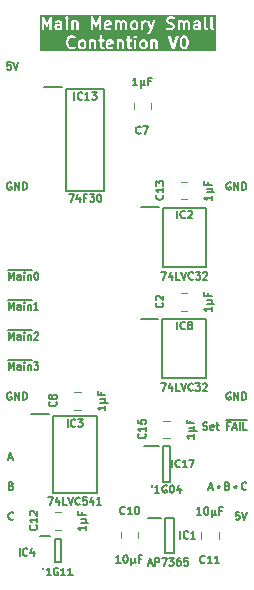
<source format=gto>
%TF.GenerationSoftware,KiCad,Pcbnew,9.0.4*%
%TF.CreationDate,2025-09-16T16:50:18+02:00*%
%TF.ProjectId,Main Memory Small Abort,4d61696e-204d-4656-9d6f-727920536d61,V0*%
%TF.SameCoordinates,Original*%
%TF.FileFunction,Legend,Top*%
%TF.FilePolarity,Positive*%
%FSLAX46Y46*%
G04 Gerber Fmt 4.6, Leading zero omitted, Abs format (unit mm)*
G04 Created by KiCad (PCBNEW 9.0.4) date 2025-09-16 16:50:18*
%MOMM*%
%LPD*%
G01*
G04 APERTURE LIST*
%ADD10C,0.150000*%
%ADD11C,0.200000*%
%ADD12C,0.120000*%
G04 APERTURE END LIST*
D10*
X1392874Y-20605963D02*
X1392874Y-19970963D01*
X1392874Y-19970963D02*
X1604541Y-20424534D01*
X1604541Y-20424534D02*
X1816207Y-19970963D01*
X1816207Y-19970963D02*
X1816207Y-20605963D01*
X2390731Y-20605963D02*
X2390731Y-20273344D01*
X2390731Y-20273344D02*
X2360493Y-20212867D01*
X2360493Y-20212867D02*
X2300017Y-20182629D01*
X2300017Y-20182629D02*
X2179064Y-20182629D01*
X2179064Y-20182629D02*
X2118588Y-20212867D01*
X2390731Y-20575725D02*
X2330255Y-20605963D01*
X2330255Y-20605963D02*
X2179064Y-20605963D01*
X2179064Y-20605963D02*
X2118588Y-20575725D01*
X2118588Y-20575725D02*
X2088350Y-20515248D01*
X2088350Y-20515248D02*
X2088350Y-20454772D01*
X2088350Y-20454772D02*
X2118588Y-20394296D01*
X2118588Y-20394296D02*
X2179064Y-20364058D01*
X2179064Y-20364058D02*
X2330255Y-20364058D01*
X2330255Y-20364058D02*
X2390731Y-20333820D01*
X2693112Y-20605963D02*
X2693112Y-20182629D01*
X2693112Y-19970963D02*
X2662874Y-20001201D01*
X2662874Y-20001201D02*
X2693112Y-20031439D01*
X2693112Y-20031439D02*
X2723350Y-20001201D01*
X2723350Y-20001201D02*
X2693112Y-19970963D01*
X2693112Y-19970963D02*
X2693112Y-20031439D01*
X2995493Y-20182629D02*
X2995493Y-20605963D01*
X2995493Y-20243105D02*
X3025731Y-20212867D01*
X3025731Y-20212867D02*
X3086207Y-20182629D01*
X3086207Y-20182629D02*
X3176922Y-20182629D01*
X3176922Y-20182629D02*
X3237398Y-20212867D01*
X3237398Y-20212867D02*
X3267636Y-20273344D01*
X3267636Y-20273344D02*
X3267636Y-20605963D01*
X1305184Y-19794675D02*
X3355327Y-19794675D01*
X3902636Y-20605963D02*
X3539779Y-20605963D01*
X3721207Y-20605963D02*
X3721207Y-19970963D01*
X3721207Y-19970963D02*
X3660731Y-20061677D01*
X3660731Y-20061677D02*
X3600255Y-20122153D01*
X3600255Y-20122153D02*
X3539779Y-20152391D01*
X1392874Y-18065963D02*
X1392874Y-17430963D01*
X1392874Y-17430963D02*
X1604541Y-17884534D01*
X1604541Y-17884534D02*
X1816207Y-17430963D01*
X1816207Y-17430963D02*
X1816207Y-18065963D01*
X2390731Y-18065963D02*
X2390731Y-17733344D01*
X2390731Y-17733344D02*
X2360493Y-17672867D01*
X2360493Y-17672867D02*
X2300017Y-17642629D01*
X2300017Y-17642629D02*
X2179064Y-17642629D01*
X2179064Y-17642629D02*
X2118588Y-17672867D01*
X2390731Y-18035725D02*
X2330255Y-18065963D01*
X2330255Y-18065963D02*
X2179064Y-18065963D01*
X2179064Y-18065963D02*
X2118588Y-18035725D01*
X2118588Y-18035725D02*
X2088350Y-17975248D01*
X2088350Y-17975248D02*
X2088350Y-17914772D01*
X2088350Y-17914772D02*
X2118588Y-17854296D01*
X2118588Y-17854296D02*
X2179064Y-17824058D01*
X2179064Y-17824058D02*
X2330255Y-17824058D01*
X2330255Y-17824058D02*
X2390731Y-17793820D01*
X2693112Y-18065963D02*
X2693112Y-17642629D01*
X2693112Y-17430963D02*
X2662874Y-17461201D01*
X2662874Y-17461201D02*
X2693112Y-17491439D01*
X2693112Y-17491439D02*
X2723350Y-17461201D01*
X2723350Y-17461201D02*
X2693112Y-17430963D01*
X2693112Y-17430963D02*
X2693112Y-17491439D01*
X2995493Y-17642629D02*
X2995493Y-18065963D01*
X2995493Y-17703105D02*
X3025731Y-17672867D01*
X3025731Y-17672867D02*
X3086207Y-17642629D01*
X3086207Y-17642629D02*
X3176922Y-17642629D01*
X3176922Y-17642629D02*
X3237398Y-17672867D01*
X3237398Y-17672867D02*
X3267636Y-17733344D01*
X3267636Y-17733344D02*
X3267636Y-18065963D01*
X1305184Y-17254675D02*
X3355327Y-17254675D01*
X3690969Y-17430963D02*
X3751446Y-17430963D01*
X3751446Y-17430963D02*
X3811922Y-17461201D01*
X3811922Y-17461201D02*
X3842160Y-17491439D01*
X3842160Y-17491439D02*
X3872398Y-17551915D01*
X3872398Y-17551915D02*
X3902636Y-17672867D01*
X3902636Y-17672867D02*
X3902636Y-17824058D01*
X3902636Y-17824058D02*
X3872398Y-17945010D01*
X3872398Y-17945010D02*
X3842160Y-18005486D01*
X3842160Y-18005486D02*
X3811922Y-18035725D01*
X3811922Y-18035725D02*
X3751446Y-18065963D01*
X3751446Y-18065963D02*
X3690969Y-18065963D01*
X3690969Y-18065963D02*
X3630493Y-18035725D01*
X3630493Y-18035725D02*
X3600255Y-18005486D01*
X3600255Y-18005486D02*
X3570017Y-17945010D01*
X3570017Y-17945010D02*
X3539779Y-17824058D01*
X3539779Y-17824058D02*
X3539779Y-17672867D01*
X3539779Y-17672867D02*
X3570017Y-17551915D01*
X3570017Y-17551915D02*
X3600255Y-17491439D01*
X3600255Y-17491439D02*
X3630493Y-17461201D01*
X3630493Y-17461201D02*
X3690969Y-17430963D01*
X1604541Y-35513344D02*
X1695255Y-35543582D01*
X1695255Y-35543582D02*
X1725493Y-35573820D01*
X1725493Y-35573820D02*
X1755731Y-35634296D01*
X1755731Y-35634296D02*
X1755731Y-35725010D01*
X1755731Y-35725010D02*
X1725493Y-35785486D01*
X1725493Y-35785486D02*
X1695255Y-35815725D01*
X1695255Y-35815725D02*
X1634779Y-35845963D01*
X1634779Y-35845963D02*
X1392874Y-35845963D01*
X1392874Y-35845963D02*
X1392874Y-35210963D01*
X1392874Y-35210963D02*
X1604541Y-35210963D01*
X1604541Y-35210963D02*
X1665017Y-35241201D01*
X1665017Y-35241201D02*
X1695255Y-35271439D01*
X1695255Y-35271439D02*
X1725493Y-35331915D01*
X1725493Y-35331915D02*
X1725493Y-35392391D01*
X1725493Y-35392391D02*
X1695255Y-35452867D01*
X1695255Y-35452867D02*
X1665017Y-35483105D01*
X1665017Y-35483105D02*
X1604541Y-35513344D01*
X1604541Y-35513344D02*
X1392874Y-35513344D01*
X1392874Y-25685963D02*
X1392874Y-25050963D01*
X1392874Y-25050963D02*
X1604541Y-25504534D01*
X1604541Y-25504534D02*
X1816207Y-25050963D01*
X1816207Y-25050963D02*
X1816207Y-25685963D01*
X2390731Y-25685963D02*
X2390731Y-25353344D01*
X2390731Y-25353344D02*
X2360493Y-25292867D01*
X2360493Y-25292867D02*
X2300017Y-25262629D01*
X2300017Y-25262629D02*
X2179064Y-25262629D01*
X2179064Y-25262629D02*
X2118588Y-25292867D01*
X2390731Y-25655725D02*
X2330255Y-25685963D01*
X2330255Y-25685963D02*
X2179064Y-25685963D01*
X2179064Y-25685963D02*
X2118588Y-25655725D01*
X2118588Y-25655725D02*
X2088350Y-25595248D01*
X2088350Y-25595248D02*
X2088350Y-25534772D01*
X2088350Y-25534772D02*
X2118588Y-25474296D01*
X2118588Y-25474296D02*
X2179064Y-25444058D01*
X2179064Y-25444058D02*
X2330255Y-25444058D01*
X2330255Y-25444058D02*
X2390731Y-25413820D01*
X2693112Y-25685963D02*
X2693112Y-25262629D01*
X2693112Y-25050963D02*
X2662874Y-25081201D01*
X2662874Y-25081201D02*
X2693112Y-25111439D01*
X2693112Y-25111439D02*
X2723350Y-25081201D01*
X2723350Y-25081201D02*
X2693112Y-25050963D01*
X2693112Y-25050963D02*
X2693112Y-25111439D01*
X2995493Y-25262629D02*
X2995493Y-25685963D01*
X2995493Y-25323105D02*
X3025731Y-25292867D01*
X3025731Y-25292867D02*
X3086207Y-25262629D01*
X3086207Y-25262629D02*
X3176922Y-25262629D01*
X3176922Y-25262629D02*
X3237398Y-25292867D01*
X3237398Y-25292867D02*
X3267636Y-25353344D01*
X3267636Y-25353344D02*
X3267636Y-25685963D01*
X1305184Y-24874675D02*
X3355327Y-24874675D01*
X3509541Y-25050963D02*
X3902636Y-25050963D01*
X3902636Y-25050963D02*
X3690969Y-25292867D01*
X3690969Y-25292867D02*
X3781684Y-25292867D01*
X3781684Y-25292867D02*
X3842160Y-25323105D01*
X3842160Y-25323105D02*
X3872398Y-25353344D01*
X3872398Y-25353344D02*
X3902636Y-25413820D01*
X3902636Y-25413820D02*
X3902636Y-25565010D01*
X3902636Y-25565010D02*
X3872398Y-25625486D01*
X3872398Y-25625486D02*
X3842160Y-25655725D01*
X3842160Y-25655725D02*
X3781684Y-25685963D01*
X3781684Y-25685963D02*
X3600255Y-25685963D01*
X3600255Y-25685963D02*
X3539779Y-25655725D01*
X3539779Y-25655725D02*
X3509541Y-25625486D01*
X1755731Y-38325486D02*
X1725493Y-38355725D01*
X1725493Y-38355725D02*
X1634779Y-38385963D01*
X1634779Y-38385963D02*
X1574303Y-38385963D01*
X1574303Y-38385963D02*
X1483588Y-38355725D01*
X1483588Y-38355725D02*
X1423112Y-38295248D01*
X1423112Y-38295248D02*
X1392874Y-38234772D01*
X1392874Y-38234772D02*
X1362636Y-38113820D01*
X1362636Y-38113820D02*
X1362636Y-38023105D01*
X1362636Y-38023105D02*
X1392874Y-37902153D01*
X1392874Y-37902153D02*
X1423112Y-37841677D01*
X1423112Y-37841677D02*
X1483588Y-37781201D01*
X1483588Y-37781201D02*
X1574303Y-37750963D01*
X1574303Y-37750963D02*
X1634779Y-37750963D01*
X1634779Y-37750963D02*
X1725493Y-37781201D01*
X1725493Y-37781201D02*
X1755731Y-37811439D01*
X1568255Y349036D02*
X1265874Y349036D01*
X1265874Y349036D02*
X1235636Y46655D01*
X1235636Y46655D02*
X1265874Y76894D01*
X1265874Y76894D02*
X1326350Y107132D01*
X1326350Y107132D02*
X1477541Y107132D01*
X1477541Y107132D02*
X1538017Y76894D01*
X1538017Y76894D02*
X1568255Y46655D01*
X1568255Y46655D02*
X1598493Y-13820D01*
X1598493Y-13820D02*
X1598493Y-165010D01*
X1598493Y-165010D02*
X1568255Y-225486D01*
X1568255Y-225486D02*
X1538017Y-255725D01*
X1538017Y-255725D02*
X1477541Y-285963D01*
X1477541Y-285963D02*
X1326350Y-285963D01*
X1326350Y-285963D02*
X1265874Y-255725D01*
X1265874Y-255725D02*
X1235636Y-225486D01*
X1779922Y349036D02*
X1991588Y-285963D01*
X1991588Y-285963D02*
X2203255Y349036D01*
X1598493Y-27621201D02*
X1538017Y-27590963D01*
X1538017Y-27590963D02*
X1447303Y-27590963D01*
X1447303Y-27590963D02*
X1356588Y-27621201D01*
X1356588Y-27621201D02*
X1296112Y-27681677D01*
X1296112Y-27681677D02*
X1265874Y-27742153D01*
X1265874Y-27742153D02*
X1235636Y-27863105D01*
X1235636Y-27863105D02*
X1235636Y-27953820D01*
X1235636Y-27953820D02*
X1265874Y-28074772D01*
X1265874Y-28074772D02*
X1296112Y-28135248D01*
X1296112Y-28135248D02*
X1356588Y-28195725D01*
X1356588Y-28195725D02*
X1447303Y-28225963D01*
X1447303Y-28225963D02*
X1507779Y-28225963D01*
X1507779Y-28225963D02*
X1598493Y-28195725D01*
X1598493Y-28195725D02*
X1628731Y-28165486D01*
X1628731Y-28165486D02*
X1628731Y-27953820D01*
X1628731Y-27953820D02*
X1507779Y-27953820D01*
X1900874Y-28225963D02*
X1900874Y-27590963D01*
X1900874Y-27590963D02*
X2263731Y-28225963D01*
X2263731Y-28225963D02*
X2263731Y-27590963D01*
X2566112Y-28225963D02*
X2566112Y-27590963D01*
X2566112Y-27590963D02*
X2717302Y-27590963D01*
X2717302Y-27590963D02*
X2808017Y-27621201D01*
X2808017Y-27621201D02*
X2868493Y-27681677D01*
X2868493Y-27681677D02*
X2898731Y-27742153D01*
X2898731Y-27742153D02*
X2928969Y-27863105D01*
X2928969Y-27863105D02*
X2928969Y-27953820D01*
X2928969Y-27953820D02*
X2898731Y-28074772D01*
X2898731Y-28074772D02*
X2868493Y-28135248D01*
X2868493Y-28135248D02*
X2808017Y-28195725D01*
X2808017Y-28195725D02*
X2717302Y-28225963D01*
X2717302Y-28225963D02*
X2566112Y-28225963D01*
X20166887Y-27621201D02*
X20106411Y-27590963D01*
X20106411Y-27590963D02*
X20015697Y-27590963D01*
X20015697Y-27590963D02*
X19924982Y-27621201D01*
X19924982Y-27621201D02*
X19864506Y-27681677D01*
X19864506Y-27681677D02*
X19834268Y-27742153D01*
X19834268Y-27742153D02*
X19804030Y-27863105D01*
X19804030Y-27863105D02*
X19804030Y-27953820D01*
X19804030Y-27953820D02*
X19834268Y-28074772D01*
X19834268Y-28074772D02*
X19864506Y-28135248D01*
X19864506Y-28135248D02*
X19924982Y-28195725D01*
X19924982Y-28195725D02*
X20015697Y-28225963D01*
X20015697Y-28225963D02*
X20076173Y-28225963D01*
X20076173Y-28225963D02*
X20166887Y-28195725D01*
X20166887Y-28195725D02*
X20197125Y-28165486D01*
X20197125Y-28165486D02*
X20197125Y-27953820D01*
X20197125Y-27953820D02*
X20076173Y-27953820D01*
X20469268Y-28225963D02*
X20469268Y-27590963D01*
X20469268Y-27590963D02*
X20832125Y-28225963D01*
X20832125Y-28225963D02*
X20832125Y-27590963D01*
X21134506Y-28225963D02*
X21134506Y-27590963D01*
X21134506Y-27590963D02*
X21285696Y-27590963D01*
X21285696Y-27590963D02*
X21376411Y-27621201D01*
X21376411Y-27621201D02*
X21436887Y-27681677D01*
X21436887Y-27681677D02*
X21467125Y-27742153D01*
X21467125Y-27742153D02*
X21497363Y-27863105D01*
X21497363Y-27863105D02*
X21497363Y-27953820D01*
X21497363Y-27953820D02*
X21467125Y-28074772D01*
X21467125Y-28074772D02*
X21436887Y-28135248D01*
X21436887Y-28135248D02*
X21376411Y-28195725D01*
X21376411Y-28195725D02*
X21285696Y-28225963D01*
X21285696Y-28225963D02*
X21134506Y-28225963D01*
X18352602Y-35664534D02*
X18654983Y-35664534D01*
X18292126Y-35845963D02*
X18503792Y-35210963D01*
X18503792Y-35210963D02*
X18715459Y-35845963D01*
X19108555Y-35543582D02*
X19108555Y-35664534D01*
X19138793Y-35664534D02*
X19138793Y-35543582D01*
X19169031Y-35513344D02*
X19169031Y-35694772D01*
X19199269Y-35664534D02*
X19199269Y-35543582D01*
X19229507Y-35543582D02*
X19229507Y-35664534D01*
X19108555Y-35634296D02*
X19169031Y-35694772D01*
X19169031Y-35694772D02*
X19229507Y-35634296D01*
X19108555Y-35573820D02*
X19169031Y-35513344D01*
X19169031Y-35513344D02*
X19229507Y-35573820D01*
X19108555Y-35543582D02*
X19169031Y-35513344D01*
X19169031Y-35513344D02*
X19229507Y-35543582D01*
X19229507Y-35543582D02*
X19259745Y-35604058D01*
X19259745Y-35604058D02*
X19229507Y-35664534D01*
X19229507Y-35664534D02*
X19169031Y-35694772D01*
X19169031Y-35694772D02*
X19108555Y-35664534D01*
X19108555Y-35664534D02*
X19078316Y-35604058D01*
X19078316Y-35604058D02*
X19108555Y-35543582D01*
X19924983Y-35513344D02*
X20015697Y-35543582D01*
X20015697Y-35543582D02*
X20045935Y-35573820D01*
X20045935Y-35573820D02*
X20076173Y-35634296D01*
X20076173Y-35634296D02*
X20076173Y-35725010D01*
X20076173Y-35725010D02*
X20045935Y-35785486D01*
X20045935Y-35785486D02*
X20015697Y-35815725D01*
X20015697Y-35815725D02*
X19955221Y-35845963D01*
X19955221Y-35845963D02*
X19713316Y-35845963D01*
X19713316Y-35845963D02*
X19713316Y-35210963D01*
X19713316Y-35210963D02*
X19924983Y-35210963D01*
X19924983Y-35210963D02*
X19985459Y-35241201D01*
X19985459Y-35241201D02*
X20015697Y-35271439D01*
X20015697Y-35271439D02*
X20045935Y-35331915D01*
X20045935Y-35331915D02*
X20045935Y-35392391D01*
X20045935Y-35392391D02*
X20015697Y-35452867D01*
X20015697Y-35452867D02*
X19985459Y-35483105D01*
X19985459Y-35483105D02*
X19924983Y-35513344D01*
X19924983Y-35513344D02*
X19713316Y-35513344D01*
X20529745Y-35543582D02*
X20529745Y-35664534D01*
X20559983Y-35664534D02*
X20559983Y-35543582D01*
X20590221Y-35513344D02*
X20590221Y-35694772D01*
X20620459Y-35664534D02*
X20620459Y-35543582D01*
X20650697Y-35543582D02*
X20650697Y-35664534D01*
X20529745Y-35634296D02*
X20590221Y-35694772D01*
X20590221Y-35694772D02*
X20650697Y-35634296D01*
X20529745Y-35573820D02*
X20590221Y-35513344D01*
X20590221Y-35513344D02*
X20650697Y-35573820D01*
X20529745Y-35543582D02*
X20590221Y-35513344D01*
X20590221Y-35513344D02*
X20650697Y-35543582D01*
X20650697Y-35543582D02*
X20680935Y-35604058D01*
X20680935Y-35604058D02*
X20650697Y-35664534D01*
X20650697Y-35664534D02*
X20590221Y-35694772D01*
X20590221Y-35694772D02*
X20529745Y-35664534D01*
X20529745Y-35664534D02*
X20499506Y-35604058D01*
X20499506Y-35604058D02*
X20529745Y-35543582D01*
X21497363Y-35785486D02*
X21467125Y-35815725D01*
X21467125Y-35815725D02*
X21376411Y-35845963D01*
X21376411Y-35845963D02*
X21315935Y-35845963D01*
X21315935Y-35845963D02*
X21225220Y-35815725D01*
X21225220Y-35815725D02*
X21164744Y-35755248D01*
X21164744Y-35755248D02*
X21134506Y-35694772D01*
X21134506Y-35694772D02*
X21104268Y-35573820D01*
X21104268Y-35573820D02*
X21104268Y-35483105D01*
X21104268Y-35483105D02*
X21134506Y-35362153D01*
X21134506Y-35362153D02*
X21164744Y-35301677D01*
X21164744Y-35301677D02*
X21225220Y-35241201D01*
X21225220Y-35241201D02*
X21315935Y-35210963D01*
X21315935Y-35210963D02*
X21376411Y-35210963D01*
X21376411Y-35210963D02*
X21467125Y-35241201D01*
X21467125Y-35241201D02*
X21497363Y-35271439D01*
D11*
G36*
X7704096Y2073669D02*
G01*
X7728765Y2049001D01*
X7758570Y1989392D01*
X7758570Y1750892D01*
X7728765Y1691282D01*
X7704094Y1666611D01*
X7644488Y1636808D01*
X7548843Y1636808D01*
X7489235Y1666612D01*
X7464566Y1691282D01*
X7434761Y1750892D01*
X7434761Y1989391D01*
X7464566Y2049001D01*
X7489234Y2073670D01*
X7548844Y2103475D01*
X7644487Y2103475D01*
X7704096Y2073669D01*
G37*
G36*
X10069749Y2081319D02*
G01*
X10087199Y2046419D01*
X9815714Y1992122D01*
X9815714Y2037010D01*
X9837869Y2081320D01*
X9882178Y2103475D01*
X10025440Y2103475D01*
X10069749Y2081319D01*
G37*
G36*
X12894573Y2073669D02*
G01*
X12919242Y2049001D01*
X12949047Y1989392D01*
X12949047Y1750892D01*
X12919242Y1691282D01*
X12894571Y1666611D01*
X12834965Y1636808D01*
X12739320Y1636808D01*
X12679712Y1666612D01*
X12655043Y1691282D01*
X12625238Y1750892D01*
X12625238Y1989391D01*
X12655043Y2049001D01*
X12679711Y2073670D01*
X12739321Y2103475D01*
X12834964Y2103475D01*
X12894573Y2073669D01*
G37*
G36*
X16323145Y2407002D02*
G01*
X16347814Y2382334D01*
X16383267Y2311427D01*
X16425238Y2143546D01*
X16425238Y1930070D01*
X16383267Y1762189D01*
X16347814Y1691282D01*
X16323143Y1666611D01*
X16263537Y1636808D01*
X16215511Y1636808D01*
X16155903Y1666612D01*
X16131234Y1691282D01*
X16095780Y1762189D01*
X16053810Y1930071D01*
X16053810Y2143546D01*
X16095780Y2311427D01*
X16131234Y2382334D01*
X16155902Y2407003D01*
X16215512Y2436808D01*
X16263536Y2436808D01*
X16323145Y2407002D01*
G37*
G36*
X5734761Y3256174D02*
G01*
X5715917Y3246752D01*
X5525034Y3246752D01*
X5480726Y3268906D01*
X5458571Y3313217D01*
X5458571Y3361240D01*
X5480726Y3405550D01*
X5525035Y3427705D01*
X5734761Y3427705D01*
X5734761Y3256174D01*
G37*
G36*
X9903082Y3691263D02*
G01*
X9920532Y3656363D01*
X9649047Y3602066D01*
X9649047Y3646954D01*
X9671202Y3691264D01*
X9715511Y3713419D01*
X9858773Y3713419D01*
X9903082Y3691263D01*
G37*
G36*
X12108858Y3683613D02*
G01*
X12133527Y3658945D01*
X12163332Y3599336D01*
X12163332Y3360836D01*
X12133527Y3301226D01*
X12108856Y3276555D01*
X12049250Y3246752D01*
X11953605Y3246752D01*
X11893997Y3276556D01*
X11869328Y3301226D01*
X11839523Y3360836D01*
X11839523Y3599335D01*
X11869328Y3658945D01*
X11893996Y3683614D01*
X11953606Y3713419D01*
X12049249Y3713419D01*
X12108858Y3683613D01*
G37*
G36*
X17449047Y3256174D02*
G01*
X17430203Y3246752D01*
X17239320Y3246752D01*
X17195012Y3268906D01*
X17172857Y3313217D01*
X17172857Y3361240D01*
X17195012Y3405550D01*
X17239321Y3427705D01*
X17449047Y3427705D01*
X17449047Y3256174D01*
G37*
G36*
X18902231Y1325697D02*
G01*
X4052222Y1325697D01*
X4052222Y2108237D01*
X6234761Y2108237D01*
X6234761Y1965380D01*
X6235096Y1961977D01*
X6234879Y1960519D01*
X6235958Y1953221D01*
X6236682Y1945871D01*
X6237246Y1944507D01*
X6237747Y1941126D01*
X6285366Y1750651D01*
X6285879Y1749213D01*
X6285931Y1748491D01*
X6289039Y1740366D01*
X6291961Y1732190D01*
X6292391Y1731609D01*
X6292937Y1730183D01*
X6340556Y1634945D01*
X6345841Y1626548D01*
X6346852Y1624109D01*
X6349105Y1621362D01*
X6350999Y1618355D01*
X6352993Y1616625D01*
X6359288Y1608955D01*
X6454526Y1513717D01*
X6469680Y1501281D01*
X6472998Y1499906D01*
X6475713Y1497552D01*
X6493614Y1489560D01*
X6636471Y1441940D01*
X6646143Y1439740D01*
X6648585Y1438729D01*
X6652122Y1438380D01*
X6655586Y1437593D01*
X6658220Y1437780D01*
X6668094Y1436808D01*
X6763332Y1436808D01*
X6773205Y1437780D01*
X6775840Y1437593D01*
X6779303Y1438380D01*
X6782841Y1438729D01*
X6785282Y1439740D01*
X6794955Y1441940D01*
X6937813Y1489560D01*
X6955713Y1497552D01*
X6958427Y1499906D01*
X6961746Y1501281D01*
X6976900Y1513717D01*
X7024518Y1561336D01*
X7036955Y1576489D01*
X7051886Y1612538D01*
X7051886Y1651556D01*
X7036955Y1687604D01*
X7009365Y1715194D01*
X6973317Y1730125D01*
X6934299Y1730125D01*
X6898250Y1715194D01*
X6883097Y1702757D01*
X6852169Y1671830D01*
X6747105Y1636808D01*
X6684322Y1636808D01*
X6579256Y1671830D01*
X6512184Y1738902D01*
X6476731Y1809808D01*
X6434761Y1977690D01*
X6434761Y2012999D01*
X7234761Y2012999D01*
X7234761Y1727285D01*
X7236682Y1707776D01*
X7238057Y1704455D01*
X7238312Y1700872D01*
X7245318Y1682564D01*
X7292937Y1587326D01*
X7298222Y1578929D01*
X7299233Y1576490D01*
X7301486Y1573743D01*
X7303380Y1570736D01*
X7305374Y1569006D01*
X7311669Y1561336D01*
X7359288Y1513718D01*
X7366957Y1507423D01*
X7368687Y1505429D01*
X7371691Y1503537D01*
X7374441Y1501281D01*
X7376884Y1500269D01*
X7385277Y1494986D01*
X7480515Y1447366D01*
X7498824Y1440359D01*
X7502407Y1440104D01*
X7505728Y1438729D01*
X7525237Y1436808D01*
X7668094Y1436808D01*
X7687603Y1438729D01*
X7690922Y1440104D01*
X7694508Y1440359D01*
X7712816Y1447366D01*
X7808054Y1494986D01*
X7816449Y1500270D01*
X7818889Y1501281D01*
X7821634Y1503534D01*
X7824645Y1505429D01*
X7826376Y1507425D01*
X7834043Y1513717D01*
X7881661Y1561336D01*
X7887953Y1569002D01*
X7889951Y1570735D01*
X7891844Y1573743D01*
X7894098Y1576489D01*
X7895108Y1578929D01*
X7900394Y1587326D01*
X7948013Y1682563D01*
X7955019Y1700872D01*
X7955273Y1704455D01*
X7956649Y1707776D01*
X7958570Y1727285D01*
X7958570Y2012999D01*
X7956649Y2032508D01*
X7955273Y2035828D01*
X7955019Y2039412D01*
X7948013Y2057721D01*
X7900394Y2152958D01*
X7895108Y2161354D01*
X7894098Y2163795D01*
X7891844Y2166540D01*
X7889951Y2169549D01*
X7887953Y2171281D01*
X7881661Y2178948D01*
X7857135Y2203475D01*
X8187142Y2203475D01*
X8187142Y1536808D01*
X8189063Y1517299D01*
X8203995Y1481251D01*
X8231585Y1453661D01*
X8267633Y1438729D01*
X8306651Y1438729D01*
X8342699Y1453661D01*
X8370289Y1481251D01*
X8385221Y1517299D01*
X8387142Y1536808D01*
X8387142Y2066815D01*
X8393996Y2073670D01*
X8453606Y2103475D01*
X8549249Y2103475D01*
X8593558Y2081319D01*
X8615713Y2037011D01*
X8615713Y1536808D01*
X8617634Y1517299D01*
X8632566Y1481251D01*
X8660156Y1453661D01*
X8696204Y1438729D01*
X8735222Y1438729D01*
X8771270Y1453661D01*
X8798860Y1481251D01*
X8813792Y1517299D01*
X8815713Y1536808D01*
X8815713Y2060618D01*
X8813792Y2080127D01*
X8812416Y2083447D01*
X8812162Y2087031D01*
X8805156Y2105340D01*
X8757537Y2200577D01*
X8755482Y2203840D01*
X8754970Y2205379D01*
X8753308Y2207294D01*
X8747094Y2217168D01*
X8740387Y2222984D01*
X8950968Y2222984D01*
X8950968Y2183966D01*
X8965900Y2147918D01*
X8993490Y2120328D01*
X9029538Y2105396D01*
X9049047Y2103475D01*
X9091904Y2103475D01*
X9091904Y1679666D01*
X9093825Y1660157D01*
X9095200Y1656836D01*
X9095455Y1653253D01*
X9102461Y1634945D01*
X9150080Y1539707D01*
X9152132Y1536446D01*
X9152646Y1534906D01*
X9154309Y1532988D01*
X9160523Y1523117D01*
X9169995Y1514901D01*
X9178211Y1505429D01*
X9188082Y1499215D01*
X9190000Y1497552D01*
X9191540Y1497038D01*
X9194801Y1494986D01*
X9290039Y1447366D01*
X9308348Y1440359D01*
X9311931Y1440104D01*
X9315252Y1438729D01*
X9334761Y1436808D01*
X9429999Y1436808D01*
X9449508Y1438729D01*
X9485556Y1453661D01*
X9513146Y1481251D01*
X9528078Y1517299D01*
X9528078Y1556317D01*
X9513146Y1592365D01*
X9485556Y1619955D01*
X9449508Y1634887D01*
X9429999Y1636808D01*
X9358367Y1636808D01*
X9314059Y1658962D01*
X9291904Y1703273D01*
X9291904Y2060618D01*
X9615714Y2060618D01*
X9615714Y1679666D01*
X9617635Y1660157D01*
X9619010Y1656836D01*
X9619265Y1653253D01*
X9626271Y1634945D01*
X9673890Y1539707D01*
X9675942Y1536446D01*
X9676456Y1534906D01*
X9678119Y1532988D01*
X9684333Y1523117D01*
X9693805Y1514901D01*
X9702021Y1505429D01*
X9711892Y1499215D01*
X9713810Y1497552D01*
X9715350Y1497038D01*
X9718611Y1494986D01*
X9813849Y1447366D01*
X9832158Y1440359D01*
X9835741Y1440104D01*
X9839062Y1438729D01*
X9858571Y1436808D01*
X10049047Y1436808D01*
X10068556Y1438729D01*
X10071875Y1440104D01*
X10075461Y1440359D01*
X10093769Y1447366D01*
X10189007Y1494986D01*
X10205598Y1505429D01*
X10231162Y1534906D01*
X10243500Y1571922D01*
X10240734Y1610842D01*
X10223285Y1645740D01*
X10193808Y1671305D01*
X10156792Y1683643D01*
X10117872Y1680877D01*
X10099563Y1673870D01*
X10025441Y1636808D01*
X9882177Y1636808D01*
X9837869Y1658962D01*
X9815714Y1703273D01*
X9815714Y1788161D01*
X10211410Y1867301D01*
X10211413Y1867301D01*
X10211415Y1867302D01*
X10211515Y1867322D01*
X10230269Y1873032D01*
X10238409Y1878483D01*
X10247461Y1882233D01*
X10254462Y1889234D01*
X10262688Y1894743D01*
X10268122Y1902894D01*
X10275051Y1909823D01*
X10278840Y1918970D01*
X10284332Y1927208D01*
X10286233Y1936818D01*
X10289983Y1945871D01*
X10291904Y1965380D01*
X10291904Y2060618D01*
X10289983Y2080127D01*
X10288607Y2083447D01*
X10288353Y2087031D01*
X10281347Y2105340D01*
X10233728Y2200577D01*
X10231903Y2203475D01*
X10520476Y2203475D01*
X10520476Y1536808D01*
X10522397Y1517299D01*
X10537329Y1481251D01*
X10564919Y1453661D01*
X10600967Y1438729D01*
X10639985Y1438729D01*
X10676033Y1453661D01*
X10703623Y1481251D01*
X10718555Y1517299D01*
X10720476Y1536808D01*
X10720476Y2066815D01*
X10727330Y2073670D01*
X10786940Y2103475D01*
X10882583Y2103475D01*
X10926892Y2081319D01*
X10949047Y2037011D01*
X10949047Y1536808D01*
X10950968Y1517299D01*
X10965900Y1481251D01*
X10993490Y1453661D01*
X11029538Y1438729D01*
X11068556Y1438729D01*
X11104604Y1453661D01*
X11132194Y1481251D01*
X11147126Y1517299D01*
X11149047Y1536808D01*
X11149047Y2060618D01*
X11147126Y2080127D01*
X11145750Y2083447D01*
X11145496Y2087031D01*
X11138490Y2105340D01*
X11090871Y2200577D01*
X11088816Y2203840D01*
X11088304Y2205379D01*
X11086642Y2207294D01*
X11080428Y2217168D01*
X11073721Y2222984D01*
X11284302Y2222984D01*
X11284302Y2183966D01*
X11299234Y2147918D01*
X11326824Y2120328D01*
X11362872Y2105396D01*
X11382381Y2103475D01*
X11425238Y2103475D01*
X11425238Y1679666D01*
X11427159Y1660157D01*
X11428534Y1656836D01*
X11428789Y1653253D01*
X11435795Y1634945D01*
X11483414Y1539707D01*
X11485466Y1536446D01*
X11485980Y1534906D01*
X11487643Y1532988D01*
X11493857Y1523117D01*
X11503329Y1514901D01*
X11511545Y1505429D01*
X11521416Y1499215D01*
X11523334Y1497552D01*
X11524874Y1497038D01*
X11528135Y1494986D01*
X11623373Y1447366D01*
X11641682Y1440359D01*
X11645265Y1440104D01*
X11648586Y1438729D01*
X11668095Y1436808D01*
X11763333Y1436808D01*
X11782842Y1438729D01*
X11818890Y1453661D01*
X11846480Y1481251D01*
X11861412Y1517299D01*
X11861412Y1556317D01*
X11846480Y1592365D01*
X11818890Y1619955D01*
X11782842Y1634887D01*
X11763333Y1636808D01*
X11691701Y1636808D01*
X11647393Y1658962D01*
X11625238Y1703273D01*
X11625238Y2103475D01*
X11763333Y2103475D01*
X11782842Y2105396D01*
X11818890Y2120328D01*
X11846480Y2147918D01*
X11861412Y2183966D01*
X11861412Y2203475D01*
X11996667Y2203475D01*
X11996667Y1536808D01*
X11998588Y1517299D01*
X12013520Y1481251D01*
X12041110Y1453661D01*
X12077158Y1438729D01*
X12116176Y1438729D01*
X12152224Y1453661D01*
X12179814Y1481251D01*
X12194746Y1517299D01*
X12196667Y1536808D01*
X12196667Y2012999D01*
X12425238Y2012999D01*
X12425238Y1727285D01*
X12427159Y1707776D01*
X12428534Y1704455D01*
X12428789Y1700872D01*
X12435795Y1682564D01*
X12483414Y1587326D01*
X12488699Y1578929D01*
X12489710Y1576490D01*
X12491963Y1573743D01*
X12493857Y1570736D01*
X12495851Y1569006D01*
X12502146Y1561336D01*
X12549765Y1513718D01*
X12557434Y1507423D01*
X12559164Y1505429D01*
X12562168Y1503537D01*
X12564918Y1501281D01*
X12567361Y1500269D01*
X12575754Y1494986D01*
X12670992Y1447366D01*
X12689301Y1440359D01*
X12692884Y1440104D01*
X12696205Y1438729D01*
X12715714Y1436808D01*
X12858571Y1436808D01*
X12878080Y1438729D01*
X12881399Y1440104D01*
X12884985Y1440359D01*
X12903293Y1447366D01*
X12998531Y1494986D01*
X13006926Y1500270D01*
X13009366Y1501281D01*
X13012111Y1503534D01*
X13015122Y1505429D01*
X13016853Y1507425D01*
X13024520Y1513717D01*
X13072138Y1561336D01*
X13078430Y1569002D01*
X13080428Y1570735D01*
X13082321Y1573743D01*
X13084575Y1576489D01*
X13085585Y1578929D01*
X13090871Y1587326D01*
X13138490Y1682563D01*
X13145496Y1700872D01*
X13145750Y1704455D01*
X13147126Y1707776D01*
X13149047Y1727285D01*
X13149047Y2012999D01*
X13147126Y2032508D01*
X13145750Y2035828D01*
X13145496Y2039412D01*
X13138490Y2057721D01*
X13090871Y2152958D01*
X13085585Y2161354D01*
X13084575Y2163795D01*
X13082321Y2166540D01*
X13080428Y2169549D01*
X13078430Y2171281D01*
X13072138Y2178948D01*
X13047612Y2203475D01*
X13377619Y2203475D01*
X13377619Y1536808D01*
X13379540Y1517299D01*
X13394472Y1481251D01*
X13422062Y1453661D01*
X13458110Y1438729D01*
X13497128Y1438729D01*
X13533176Y1453661D01*
X13560766Y1481251D01*
X13575698Y1517299D01*
X13577619Y1536808D01*
X13577619Y2066815D01*
X13584473Y2073670D01*
X13644083Y2103475D01*
X13739726Y2103475D01*
X13784035Y2081319D01*
X13806190Y2037011D01*
X13806190Y1536808D01*
X13808111Y1517299D01*
X13823043Y1481251D01*
X13850633Y1453661D01*
X13886681Y1438729D01*
X13925699Y1438729D01*
X13961747Y1453661D01*
X13989337Y1481251D01*
X14004269Y1517299D01*
X14006190Y1536808D01*
X14006190Y2060618D01*
X14004269Y2080127D01*
X14002893Y2083447D01*
X14002639Y2087031D01*
X13995633Y2105340D01*
X13948014Y2200577D01*
X13945959Y2203840D01*
X13945447Y2205379D01*
X13943785Y2207294D01*
X13937571Y2217168D01*
X13928095Y2225385D01*
X13919882Y2234856D01*
X13910010Y2241069D01*
X13908094Y2242732D01*
X13906555Y2243245D01*
X13903292Y2245299D01*
X13808054Y2292918D01*
X13789746Y2299924D01*
X13786162Y2300178D01*
X13782842Y2301554D01*
X13763333Y2303475D01*
X13620476Y2303475D01*
X13600967Y2301554D01*
X13597646Y2300178D01*
X13594063Y2299924D01*
X13575754Y2292918D01*
X13543171Y2276626D01*
X13533176Y2286622D01*
X13497128Y2301554D01*
X13458110Y2301554D01*
X13422062Y2286622D01*
X13394472Y2259032D01*
X13379540Y2222984D01*
X13377619Y2203475D01*
X13047612Y2203475D01*
X13024520Y2226567D01*
X13016849Y2232861D01*
X13015120Y2234856D01*
X13012112Y2236749D01*
X13009366Y2239003D01*
X13006926Y2240013D01*
X12998530Y2245299D01*
X12903292Y2292918D01*
X12884984Y2299924D01*
X12881400Y2300178D01*
X12878080Y2301554D01*
X12858571Y2303475D01*
X12715714Y2303475D01*
X12696205Y2301554D01*
X12692884Y2300178D01*
X12689301Y2299924D01*
X12670992Y2292918D01*
X12575755Y2245299D01*
X12567358Y2240013D01*
X12564918Y2239003D01*
X12562172Y2236749D01*
X12559164Y2234856D01*
X12557431Y2232858D01*
X12549765Y2226566D01*
X12502146Y2178948D01*
X12495851Y2171277D01*
X12493857Y2169548D01*
X12491963Y2166540D01*
X12489710Y2163794D01*
X12488699Y2161354D01*
X12483414Y2152958D01*
X12435795Y2057720D01*
X12428789Y2039412D01*
X12428534Y2035828D01*
X12427159Y2032508D01*
X12425238Y2012999D01*
X12196667Y2012999D01*
X12196667Y2203475D01*
X12194746Y2222984D01*
X12179814Y2259032D01*
X12152224Y2286622D01*
X12116176Y2301554D01*
X12077158Y2301554D01*
X12041110Y2286622D01*
X12013520Y2259032D01*
X11998588Y2222984D01*
X11996667Y2203475D01*
X11861412Y2203475D01*
X11861412Y2222984D01*
X11846480Y2259032D01*
X11818890Y2286622D01*
X11782842Y2301554D01*
X11763333Y2303475D01*
X11625238Y2303475D01*
X11625238Y2508698D01*
X11950969Y2508698D01*
X11950969Y2469680D01*
X11965901Y2433632D01*
X11978337Y2418478D01*
X12025956Y2370860D01*
X12041109Y2358423D01*
X12051667Y2354049D01*
X12077158Y2343491D01*
X12116176Y2343491D01*
X12152224Y2358423D01*
X12167378Y2370859D01*
X12214996Y2418478D01*
X12227433Y2433631D01*
X12242364Y2469680D01*
X12242364Y2508698D01*
X12239504Y2515602D01*
X12235901Y2524301D01*
X14902214Y2524301D01*
X14906561Y2505185D01*
X15239894Y1505186D01*
X15247885Y1487285D01*
X15252568Y1481885D01*
X15255763Y1475496D01*
X15265234Y1467280D01*
X15273450Y1457809D01*
X15279838Y1454614D01*
X15285239Y1449931D01*
X15297140Y1445963D01*
X15308349Y1440360D01*
X15315473Y1439853D01*
X15322255Y1437593D01*
X15334764Y1438482D01*
X15347269Y1437593D01*
X15354047Y1439852D01*
X15361175Y1440359D01*
X15372391Y1445967D01*
X15384285Y1449932D01*
X15389682Y1454612D01*
X15396074Y1457809D01*
X15404292Y1467284D01*
X15413761Y1475497D01*
X15416954Y1481883D01*
X15421639Y1487285D01*
X15429630Y1505185D01*
X15646520Y2155856D01*
X15853810Y2155856D01*
X15853810Y1917761D01*
X15854145Y1914358D01*
X15853928Y1912900D01*
X15855007Y1905602D01*
X15855731Y1898252D01*
X15856295Y1896888D01*
X15856796Y1893507D01*
X15904415Y1703032D01*
X15904928Y1701594D01*
X15904980Y1700872D01*
X15908088Y1692747D01*
X15911010Y1684571D01*
X15911440Y1683990D01*
X15911986Y1682564D01*
X15959605Y1587326D01*
X15964890Y1578929D01*
X15965901Y1576490D01*
X15968154Y1573743D01*
X15970048Y1570736D01*
X15972042Y1569006D01*
X15978337Y1561336D01*
X16025956Y1513718D01*
X16033625Y1507423D01*
X16035355Y1505429D01*
X16038359Y1503537D01*
X16041109Y1501281D01*
X16043552Y1500269D01*
X16051945Y1494986D01*
X16147183Y1447366D01*
X16165492Y1440359D01*
X16169075Y1440104D01*
X16172396Y1438729D01*
X16191905Y1436808D01*
X16287143Y1436808D01*
X16306652Y1438729D01*
X16309971Y1440104D01*
X16313557Y1440359D01*
X16331865Y1447366D01*
X16427103Y1494986D01*
X16435498Y1500270D01*
X16437938Y1501281D01*
X16440683Y1503534D01*
X16443694Y1505429D01*
X16445425Y1507425D01*
X16453092Y1513717D01*
X16500710Y1561336D01*
X16507002Y1569002D01*
X16509000Y1570735D01*
X16510893Y1573743D01*
X16513147Y1576489D01*
X16514157Y1578929D01*
X16519443Y1587326D01*
X16567062Y1682563D01*
X16567608Y1683991D01*
X16568038Y1684571D01*
X16570959Y1692747D01*
X16574068Y1700872D01*
X16574119Y1701592D01*
X16574633Y1703031D01*
X16622252Y1893507D01*
X16622752Y1896888D01*
X16623317Y1898252D01*
X16624040Y1905602D01*
X16625120Y1912900D01*
X16624902Y1914358D01*
X16625238Y1917761D01*
X16625238Y2155856D01*
X16624902Y2159258D01*
X16625120Y2160717D01*
X16624040Y2168014D01*
X16623317Y2175365D01*
X16622752Y2176728D01*
X16622252Y2180110D01*
X16574633Y2370586D01*
X16574119Y2372024D01*
X16574068Y2372745D01*
X16570959Y2380869D01*
X16568038Y2389046D01*
X16567608Y2389625D01*
X16567062Y2391054D01*
X16519443Y2486291D01*
X16514157Y2494687D01*
X16513147Y2497128D01*
X16510893Y2499873D01*
X16509000Y2502882D01*
X16507002Y2504614D01*
X16500710Y2512281D01*
X16453092Y2559900D01*
X16445421Y2566194D01*
X16443692Y2568189D01*
X16440684Y2570082D01*
X16437938Y2572336D01*
X16435498Y2573346D01*
X16427102Y2578632D01*
X16331864Y2626251D01*
X16313556Y2633257D01*
X16309972Y2633511D01*
X16306652Y2634887D01*
X16287143Y2636808D01*
X16191905Y2636808D01*
X16172396Y2634887D01*
X16169075Y2633511D01*
X16165492Y2633257D01*
X16147183Y2626251D01*
X16051946Y2578632D01*
X16043549Y2573346D01*
X16041109Y2572336D01*
X16038363Y2570082D01*
X16035355Y2568189D01*
X16033622Y2566191D01*
X16025956Y2559899D01*
X15978337Y2512281D01*
X15972042Y2504610D01*
X15970048Y2502881D01*
X15968154Y2499873D01*
X15965901Y2497127D01*
X15964890Y2494687D01*
X15959605Y2486291D01*
X15911986Y2391053D01*
X15911440Y2389626D01*
X15911010Y2389046D01*
X15908088Y2380869D01*
X15904980Y2372745D01*
X15904928Y2372022D01*
X15904415Y2370585D01*
X15856796Y2180110D01*
X15856295Y2176728D01*
X15855731Y2175365D01*
X15855007Y2168014D01*
X15853928Y2160717D01*
X15854145Y2159258D01*
X15853810Y2155856D01*
X15646520Y2155856D01*
X15762963Y2505185D01*
X15767310Y2524300D01*
X15764544Y2563220D01*
X15747094Y2598119D01*
X15717618Y2623684D01*
X15680602Y2636023D01*
X15641682Y2633256D01*
X15606783Y2615807D01*
X15581218Y2586331D01*
X15573227Y2568430D01*
X15334762Y1853035D01*
X15096297Y2568431D01*
X15088306Y2586331D01*
X15062741Y2615807D01*
X15027842Y2633257D01*
X14988922Y2636023D01*
X14951906Y2623685D01*
X14922430Y2598120D01*
X14904980Y2563221D01*
X14902214Y2524301D01*
X12235901Y2524301D01*
X12227433Y2544747D01*
X12214996Y2559900D01*
X12167378Y2607519D01*
X12152224Y2619955D01*
X12116176Y2634887D01*
X12077158Y2634887D01*
X12051667Y2624328D01*
X12041109Y2619955D01*
X12025956Y2607518D01*
X11978337Y2559900D01*
X11965902Y2544747D01*
X11965901Y2544746D01*
X11950969Y2508698D01*
X11625238Y2508698D01*
X11625238Y2536808D01*
X11623317Y2556317D01*
X11608385Y2592365D01*
X11580795Y2619955D01*
X11544747Y2634887D01*
X11505729Y2634887D01*
X11469681Y2619955D01*
X11442091Y2592365D01*
X11427159Y2556317D01*
X11425238Y2536808D01*
X11425238Y2303475D01*
X11382381Y2303475D01*
X11362872Y2301554D01*
X11326824Y2286622D01*
X11299234Y2259032D01*
X11284302Y2222984D01*
X11073721Y2222984D01*
X11070952Y2225385D01*
X11062739Y2234856D01*
X11052867Y2241069D01*
X11050951Y2242732D01*
X11049412Y2243245D01*
X11046149Y2245299D01*
X10950911Y2292918D01*
X10932603Y2299924D01*
X10929019Y2300178D01*
X10925699Y2301554D01*
X10906190Y2303475D01*
X10763333Y2303475D01*
X10743824Y2301554D01*
X10740503Y2300178D01*
X10736920Y2299924D01*
X10718611Y2292918D01*
X10686028Y2276626D01*
X10676033Y2286622D01*
X10639985Y2301554D01*
X10600967Y2301554D01*
X10564919Y2286622D01*
X10537329Y2259032D01*
X10522397Y2222984D01*
X10520476Y2203475D01*
X10231903Y2203475D01*
X10231673Y2203840D01*
X10231161Y2205379D01*
X10229499Y2207294D01*
X10223285Y2217168D01*
X10213809Y2225385D01*
X10205596Y2234856D01*
X10195724Y2241069D01*
X10193808Y2242732D01*
X10192269Y2243245D01*
X10189006Y2245299D01*
X10093768Y2292918D01*
X10075460Y2299924D01*
X10071876Y2300178D01*
X10068556Y2301554D01*
X10049047Y2303475D01*
X9858571Y2303475D01*
X9839062Y2301554D01*
X9835741Y2300178D01*
X9832158Y2299924D01*
X9813849Y2292918D01*
X9718612Y2245299D01*
X9715348Y2243244D01*
X9713810Y2242732D01*
X9711894Y2241070D01*
X9702021Y2234856D01*
X9693803Y2225380D01*
X9684333Y2217167D01*
X9678119Y2207295D01*
X9676457Y2205379D01*
X9675943Y2203840D01*
X9673890Y2200577D01*
X9626271Y2105339D01*
X9619265Y2087031D01*
X9619010Y2083447D01*
X9617635Y2080127D01*
X9615714Y2060618D01*
X9291904Y2060618D01*
X9291904Y2103475D01*
X9429999Y2103475D01*
X9449508Y2105396D01*
X9485556Y2120328D01*
X9513146Y2147918D01*
X9528078Y2183966D01*
X9528078Y2222984D01*
X9513146Y2259032D01*
X9485556Y2286622D01*
X9449508Y2301554D01*
X9429999Y2303475D01*
X9291904Y2303475D01*
X9291904Y2536808D01*
X9289983Y2556317D01*
X9275051Y2592365D01*
X9247461Y2619955D01*
X9211413Y2634887D01*
X9172395Y2634887D01*
X9136347Y2619955D01*
X9108757Y2592365D01*
X9093825Y2556317D01*
X9091904Y2536808D01*
X9091904Y2303475D01*
X9049047Y2303475D01*
X9029538Y2301554D01*
X8993490Y2286622D01*
X8965900Y2259032D01*
X8950968Y2222984D01*
X8740387Y2222984D01*
X8737618Y2225385D01*
X8729405Y2234856D01*
X8719533Y2241069D01*
X8717617Y2242732D01*
X8716078Y2243245D01*
X8712815Y2245299D01*
X8617577Y2292918D01*
X8599269Y2299924D01*
X8595685Y2300178D01*
X8592365Y2301554D01*
X8572856Y2303475D01*
X8429999Y2303475D01*
X8410490Y2301554D01*
X8407169Y2300178D01*
X8403586Y2299924D01*
X8385277Y2292918D01*
X8352694Y2276626D01*
X8342699Y2286622D01*
X8306651Y2301554D01*
X8267633Y2301554D01*
X8231585Y2286622D01*
X8203995Y2259032D01*
X8189063Y2222984D01*
X8187142Y2203475D01*
X7857135Y2203475D01*
X7834043Y2226567D01*
X7826372Y2232861D01*
X7824643Y2234856D01*
X7821635Y2236749D01*
X7818889Y2239003D01*
X7816449Y2240013D01*
X7808053Y2245299D01*
X7712815Y2292918D01*
X7694507Y2299924D01*
X7690923Y2300178D01*
X7687603Y2301554D01*
X7668094Y2303475D01*
X7525237Y2303475D01*
X7505728Y2301554D01*
X7502407Y2300178D01*
X7498824Y2299924D01*
X7480515Y2292918D01*
X7385278Y2245299D01*
X7376881Y2240013D01*
X7374441Y2239003D01*
X7371695Y2236749D01*
X7368687Y2234856D01*
X7366954Y2232858D01*
X7359288Y2226566D01*
X7311669Y2178948D01*
X7305374Y2171277D01*
X7303380Y2169548D01*
X7301486Y2166540D01*
X7299233Y2163794D01*
X7298222Y2161354D01*
X7292937Y2152958D01*
X7245318Y2057720D01*
X7238312Y2039412D01*
X7238057Y2035828D01*
X7236682Y2032508D01*
X7234761Y2012999D01*
X6434761Y2012999D01*
X6434761Y2095927D01*
X6476731Y2263808D01*
X6512184Y2334714D01*
X6579256Y2401786D01*
X6684320Y2436808D01*
X6747105Y2436808D01*
X6852170Y2401786D01*
X6883097Y2370860D01*
X6898250Y2358423D01*
X6934299Y2343492D01*
X6973317Y2343492D01*
X7009365Y2358423D01*
X7036955Y2386013D01*
X7051886Y2422061D01*
X7051886Y2461079D01*
X7036955Y2497128D01*
X7024518Y2512281D01*
X6976900Y2559900D01*
X6961746Y2572336D01*
X6958427Y2573710D01*
X6955712Y2576066D01*
X6937811Y2584057D01*
X6794955Y2631676D01*
X6785283Y2633875D01*
X6782841Y2634887D01*
X6779302Y2635235D01*
X6775839Y2636023D01*
X6773205Y2635835D01*
X6763332Y2636808D01*
X6668094Y2636808D01*
X6658220Y2635835D01*
X6655586Y2636023D01*
X6652122Y2635235D01*
X6648585Y2634887D01*
X6646143Y2633875D01*
X6636471Y2631676D01*
X6493614Y2584057D01*
X6475714Y2576066D01*
X6472998Y2573710D01*
X6469680Y2572336D01*
X6454526Y2559900D01*
X6359288Y2464662D01*
X6352993Y2456991D01*
X6350999Y2455262D01*
X6349105Y2452254D01*
X6346852Y2449508D01*
X6345841Y2447068D01*
X6340556Y2438672D01*
X6292937Y2343434D01*
X6292391Y2342007D01*
X6291961Y2341427D01*
X6289039Y2333250D01*
X6285931Y2325126D01*
X6285879Y2324403D01*
X6285366Y2322966D01*
X6237747Y2132491D01*
X6237246Y2129109D01*
X6236682Y2127746D01*
X6235958Y2120395D01*
X6234879Y2113098D01*
X6235096Y2111639D01*
X6234761Y2108237D01*
X4052222Y2108237D01*
X4052222Y2825926D01*
X13116499Y2825926D01*
X13119265Y2787006D01*
X13136714Y2752107D01*
X13166191Y2726543D01*
X13203207Y2714204D01*
X13242127Y2716970D01*
X13260435Y2723976D01*
X13355673Y2771595D01*
X13364069Y2776880D01*
X13366509Y2777891D01*
X13369255Y2780144D01*
X13372263Y2782038D01*
X13373992Y2784032D01*
X13381663Y2790327D01*
X13429281Y2837946D01*
X13441718Y2853099D01*
X13441955Y2853673D01*
X13442390Y2854118D01*
X13451419Y2871518D01*
X13546657Y3109613D01*
X13547181Y3111419D01*
X13547983Y3113118D01*
X13786078Y3779785D01*
X13790831Y3798804D01*
X13788893Y3837774D01*
X13772190Y3873036D01*
X13743264Y3899222D01*
X13706519Y3912345D01*
X13667549Y3910408D01*
X13632287Y3893704D01*
X13606100Y3864779D01*
X13597730Y3847052D01*
X13453809Y3444073D01*
X13309888Y3847053D01*
X13301518Y3864779D01*
X13275331Y3893705D01*
X13240069Y3910408D01*
X13201099Y3912346D01*
X13164354Y3899223D01*
X13135428Y3873036D01*
X13118725Y3837774D01*
X13116787Y3798804D01*
X13121540Y3779785D01*
X13346907Y3148756D01*
X13273345Y2964853D01*
X13251716Y2943224D01*
X13170993Y2902862D01*
X13154402Y2892419D01*
X13128838Y2862942D01*
X13116499Y2825926D01*
X4052222Y2825926D01*
X4052222Y4146752D01*
X4163333Y4146752D01*
X4163333Y3146752D01*
X4165254Y3127243D01*
X4180186Y3091195D01*
X4207776Y3063605D01*
X4243824Y3048673D01*
X4282842Y3048673D01*
X4318890Y3063605D01*
X4346480Y3091195D01*
X4361412Y3127243D01*
X4363333Y3146752D01*
X4363333Y3695995D01*
X4506048Y3390178D01*
X4510280Y3383032D01*
X4511160Y3380615D01*
X4512725Y3378905D01*
X4516039Y3373312D01*
X4527249Y3363045D01*
X4537511Y3351840D01*
X4541536Y3349961D01*
X4544814Y3346960D01*
X4559096Y3341766D01*
X4572869Y3335339D01*
X4577308Y3335143D01*
X4581483Y3333626D01*
X4596666Y3334293D01*
X4611849Y3333626D01*
X4616022Y3335143D01*
X4620464Y3335339D01*
X4634248Y3341771D01*
X4648518Y3346961D01*
X4651791Y3349958D01*
X4655821Y3351839D01*
X4666090Y3363053D01*
X4677293Y3373312D01*
X4680604Y3378902D01*
X4682173Y3380615D01*
X4683053Y3383036D01*
X4687284Y3390178D01*
X4829999Y3695996D01*
X4829999Y3146752D01*
X4831920Y3127243D01*
X4846852Y3091195D01*
X4874442Y3063605D01*
X4910490Y3048673D01*
X4949508Y3048673D01*
X4985556Y3063605D01*
X5013146Y3091195D01*
X5028078Y3127243D01*
X5029999Y3146752D01*
X5029999Y3384848D01*
X5258571Y3384848D01*
X5258571Y3289610D01*
X5260492Y3270101D01*
X5261867Y3266780D01*
X5262122Y3263197D01*
X5269128Y3244889D01*
X5316747Y3149651D01*
X5318799Y3146390D01*
X5319313Y3144850D01*
X5320976Y3142932D01*
X5327190Y3133061D01*
X5336662Y3124845D01*
X5344878Y3115373D01*
X5354749Y3109159D01*
X5356667Y3107496D01*
X5358207Y3106982D01*
X5361468Y3104930D01*
X5456706Y3057310D01*
X5475015Y3050303D01*
X5478598Y3050048D01*
X5481919Y3048673D01*
X5501428Y3046752D01*
X5739523Y3046752D01*
X5759032Y3048673D01*
X5762351Y3050048D01*
X5765937Y3050303D01*
X5784245Y3057310D01*
X5788846Y3059610D01*
X5815252Y3048673D01*
X5854270Y3048673D01*
X5890318Y3063605D01*
X5917908Y3091195D01*
X5932840Y3127243D01*
X5934761Y3146752D01*
X5934761Y3670562D01*
X5932840Y3690071D01*
X5931464Y3693391D01*
X5931210Y3696975D01*
X5924204Y3715284D01*
X5876585Y3810521D01*
X5874760Y3813419D01*
X6210952Y3813419D01*
X6210952Y3146752D01*
X6212873Y3127243D01*
X6227805Y3091195D01*
X6255395Y3063605D01*
X6291443Y3048673D01*
X6330461Y3048673D01*
X6366509Y3063605D01*
X6394099Y3091195D01*
X6409031Y3127243D01*
X6410952Y3146752D01*
X6410952Y3813419D01*
X6687142Y3813419D01*
X6687142Y3146752D01*
X6689063Y3127243D01*
X6703995Y3091195D01*
X6731585Y3063605D01*
X6767633Y3048673D01*
X6806651Y3048673D01*
X6842699Y3063605D01*
X6870289Y3091195D01*
X6885221Y3127243D01*
X6887142Y3146752D01*
X6887142Y3676759D01*
X6893996Y3683614D01*
X6953606Y3713419D01*
X7049249Y3713419D01*
X7093558Y3691263D01*
X7115713Y3646955D01*
X7115713Y3146752D01*
X7117634Y3127243D01*
X7132566Y3091195D01*
X7160156Y3063605D01*
X7196204Y3048673D01*
X7235222Y3048673D01*
X7271270Y3063605D01*
X7298860Y3091195D01*
X7313792Y3127243D01*
X7315713Y3146752D01*
X7315713Y3670562D01*
X7313792Y3690071D01*
X7312416Y3693391D01*
X7312162Y3696975D01*
X7305156Y3715284D01*
X7257537Y3810521D01*
X7255482Y3813784D01*
X7254970Y3815323D01*
X7253308Y3817238D01*
X7247094Y3827112D01*
X7237618Y3835329D01*
X7229405Y3844800D01*
X7219533Y3851013D01*
X7217617Y3852676D01*
X7216078Y3853189D01*
X7212815Y3855243D01*
X7117577Y3902862D01*
X7099269Y3909868D01*
X7095685Y3910122D01*
X7092365Y3911498D01*
X7072856Y3913419D01*
X6929999Y3913419D01*
X6910490Y3911498D01*
X6907169Y3910122D01*
X6903586Y3909868D01*
X6885277Y3902862D01*
X6852694Y3886570D01*
X6842699Y3896566D01*
X6806651Y3911498D01*
X6767633Y3911498D01*
X6731585Y3896566D01*
X6703995Y3868976D01*
X6689063Y3832928D01*
X6687142Y3813419D01*
X6410952Y3813419D01*
X6409031Y3832928D01*
X6394099Y3868976D01*
X6366509Y3896566D01*
X6330461Y3911498D01*
X6291443Y3911498D01*
X6255395Y3896566D01*
X6227805Y3868976D01*
X6212873Y3832928D01*
X6210952Y3813419D01*
X5874760Y3813419D01*
X5874530Y3813784D01*
X5874018Y3815323D01*
X5872356Y3817238D01*
X5866142Y3827112D01*
X5856666Y3835329D01*
X5848453Y3844800D01*
X5838581Y3851013D01*
X5836665Y3852676D01*
X5835126Y3853189D01*
X5831863Y3855243D01*
X5736625Y3902862D01*
X5718317Y3909868D01*
X5714733Y3910122D01*
X5711413Y3911498D01*
X5691904Y3913419D01*
X5501428Y3913419D01*
X5481919Y3911498D01*
X5478598Y3910122D01*
X5475015Y3909868D01*
X5456706Y3902862D01*
X5361469Y3855243D01*
X5344878Y3844800D01*
X5319314Y3815323D01*
X5306975Y3778307D01*
X5309741Y3739387D01*
X5327190Y3704488D01*
X5356667Y3678924D01*
X5393683Y3666585D01*
X5432603Y3669351D01*
X5450911Y3676357D01*
X5525035Y3713419D01*
X5668297Y3713419D01*
X5712606Y3691263D01*
X5734761Y3646955D01*
X5734761Y3637127D01*
X5715916Y3627705D01*
X5501428Y3627705D01*
X5481919Y3625784D01*
X5478598Y3624408D01*
X5475015Y3624154D01*
X5456706Y3617148D01*
X5361469Y3569529D01*
X5358205Y3567474D01*
X5356667Y3566962D01*
X5354751Y3565300D01*
X5344878Y3559086D01*
X5336660Y3549610D01*
X5327190Y3541397D01*
X5320976Y3531525D01*
X5319314Y3529609D01*
X5318800Y3528070D01*
X5316747Y3524807D01*
X5269128Y3429569D01*
X5262122Y3411261D01*
X5261867Y3407677D01*
X5260492Y3404357D01*
X5258571Y3384848D01*
X5029999Y3384848D01*
X5029999Y4118642D01*
X6165254Y4118642D01*
X6165254Y4079624D01*
X6180186Y4043576D01*
X6192622Y4028422D01*
X6240241Y3980804D01*
X6255394Y3968367D01*
X6265952Y3963993D01*
X6291443Y3953435D01*
X6330461Y3953435D01*
X6366509Y3968367D01*
X6381663Y3980803D01*
X6429281Y4028422D01*
X6441718Y4043575D01*
X6456649Y4079624D01*
X6456649Y4118642D01*
X6453789Y4125546D01*
X6445006Y4146752D01*
X8353809Y4146752D01*
X8353809Y3146752D01*
X8355730Y3127243D01*
X8370662Y3091195D01*
X8398252Y3063605D01*
X8434300Y3048673D01*
X8473318Y3048673D01*
X8509366Y3063605D01*
X8536956Y3091195D01*
X8551888Y3127243D01*
X8553809Y3146752D01*
X8553809Y3695995D01*
X8696524Y3390178D01*
X8700756Y3383032D01*
X8701636Y3380615D01*
X8703201Y3378905D01*
X8706515Y3373312D01*
X8717725Y3363045D01*
X8727987Y3351840D01*
X8732012Y3349961D01*
X8735290Y3346960D01*
X8749572Y3341766D01*
X8763345Y3335339D01*
X8767784Y3335143D01*
X8771959Y3333626D01*
X8787142Y3334293D01*
X8802325Y3333626D01*
X8806498Y3335143D01*
X8810940Y3335339D01*
X8824724Y3341771D01*
X8838994Y3346961D01*
X8842267Y3349958D01*
X8846297Y3351839D01*
X8856566Y3363053D01*
X8867769Y3373312D01*
X8871080Y3378902D01*
X8872649Y3380615D01*
X8873529Y3383036D01*
X8877760Y3390178D01*
X9020475Y3695996D01*
X9020475Y3146752D01*
X9022396Y3127243D01*
X9037328Y3091195D01*
X9064918Y3063605D01*
X9100966Y3048673D01*
X9139984Y3048673D01*
X9176032Y3063605D01*
X9203622Y3091195D01*
X9218554Y3127243D01*
X9220475Y3146752D01*
X9220475Y3670562D01*
X9449047Y3670562D01*
X9449047Y3289610D01*
X9450968Y3270101D01*
X9452343Y3266780D01*
X9452598Y3263197D01*
X9459604Y3244889D01*
X9507223Y3149651D01*
X9509275Y3146390D01*
X9509789Y3144850D01*
X9511452Y3142932D01*
X9517666Y3133061D01*
X9527138Y3124845D01*
X9535354Y3115373D01*
X9545225Y3109159D01*
X9547143Y3107496D01*
X9548683Y3106982D01*
X9551944Y3104930D01*
X9647182Y3057310D01*
X9665491Y3050303D01*
X9669074Y3050048D01*
X9672395Y3048673D01*
X9691904Y3046752D01*
X9882380Y3046752D01*
X9901889Y3048673D01*
X9905208Y3050048D01*
X9908794Y3050303D01*
X9927102Y3057310D01*
X10022340Y3104930D01*
X10038931Y3115373D01*
X10064495Y3144850D01*
X10076833Y3181866D01*
X10074067Y3220786D01*
X10056618Y3255684D01*
X10027141Y3281249D01*
X9990125Y3293587D01*
X9951205Y3290821D01*
X9932896Y3283814D01*
X9858774Y3246752D01*
X9715510Y3246752D01*
X9671202Y3268906D01*
X9649047Y3313217D01*
X9649047Y3398105D01*
X10044743Y3477245D01*
X10044746Y3477245D01*
X10044748Y3477246D01*
X10044848Y3477266D01*
X10063602Y3482976D01*
X10071742Y3488427D01*
X10080794Y3492177D01*
X10087795Y3499178D01*
X10096021Y3504687D01*
X10101455Y3512838D01*
X10108384Y3519767D01*
X10112173Y3528914D01*
X10117665Y3537152D01*
X10119566Y3546762D01*
X10123316Y3555815D01*
X10125237Y3575324D01*
X10125237Y3670562D01*
X10123316Y3690071D01*
X10121940Y3693391D01*
X10121686Y3696975D01*
X10114680Y3715284D01*
X10067061Y3810521D01*
X10065236Y3813419D01*
X10353809Y3813419D01*
X10353809Y3146752D01*
X10355730Y3127243D01*
X10370662Y3091195D01*
X10398252Y3063605D01*
X10434300Y3048673D01*
X10473318Y3048673D01*
X10509366Y3063605D01*
X10536956Y3091195D01*
X10551888Y3127243D01*
X10553809Y3146752D01*
X10553809Y3676759D01*
X10560663Y3683614D01*
X10620273Y3713419D01*
X10715916Y3713419D01*
X10760225Y3691263D01*
X10782380Y3646955D01*
X10782380Y3146752D01*
X10784301Y3127243D01*
X10799233Y3091195D01*
X10826823Y3063605D01*
X10862871Y3048673D01*
X10901889Y3048673D01*
X10937937Y3063605D01*
X10965527Y3091195D01*
X10980459Y3127243D01*
X10982380Y3146752D01*
X10982380Y3646954D01*
X11004535Y3691264D01*
X11048844Y3713419D01*
X11144487Y3713419D01*
X11188797Y3691264D01*
X11210952Y3646955D01*
X11210952Y3146752D01*
X11212873Y3127243D01*
X11227805Y3091195D01*
X11255395Y3063605D01*
X11291443Y3048673D01*
X11330461Y3048673D01*
X11366509Y3063605D01*
X11394099Y3091195D01*
X11409031Y3127243D01*
X11410952Y3146752D01*
X11410952Y3622943D01*
X11639523Y3622943D01*
X11639523Y3337229D01*
X11641444Y3317720D01*
X11642819Y3314399D01*
X11643074Y3310816D01*
X11650080Y3292508D01*
X11697699Y3197270D01*
X11702984Y3188873D01*
X11703995Y3186434D01*
X11706248Y3183687D01*
X11708142Y3180680D01*
X11710136Y3178950D01*
X11716431Y3171280D01*
X11764050Y3123662D01*
X11771719Y3117367D01*
X11773449Y3115373D01*
X11776453Y3113481D01*
X11779203Y3111225D01*
X11781646Y3110213D01*
X11790039Y3104930D01*
X11885277Y3057310D01*
X11903586Y3050303D01*
X11907169Y3050048D01*
X11910490Y3048673D01*
X11929999Y3046752D01*
X12072856Y3046752D01*
X12092365Y3048673D01*
X12095684Y3050048D01*
X12099270Y3050303D01*
X12117578Y3057310D01*
X12212816Y3104930D01*
X12221211Y3110214D01*
X12223651Y3111225D01*
X12226396Y3113478D01*
X12229407Y3115373D01*
X12231138Y3117369D01*
X12238805Y3123661D01*
X12286423Y3171280D01*
X12292715Y3178946D01*
X12294713Y3180679D01*
X12296606Y3183687D01*
X12298860Y3186433D01*
X12299870Y3188873D01*
X12305156Y3197270D01*
X12352775Y3292507D01*
X12359781Y3310816D01*
X12360035Y3314399D01*
X12361411Y3317720D01*
X12363332Y3337229D01*
X12363332Y3622943D01*
X12361411Y3642452D01*
X12360035Y3645772D01*
X12359781Y3649356D01*
X12352775Y3667665D01*
X12305156Y3762902D01*
X12299870Y3771298D01*
X12298860Y3773739D01*
X12296606Y3776484D01*
X12294713Y3779493D01*
X12292715Y3781225D01*
X12286423Y3788892D01*
X12261897Y3813419D01*
X12591904Y3813419D01*
X12591904Y3146752D01*
X12593825Y3127243D01*
X12608757Y3091195D01*
X12636347Y3063605D01*
X12672395Y3048673D01*
X12711413Y3048673D01*
X12747461Y3063605D01*
X12775051Y3091195D01*
X12789983Y3127243D01*
X12791904Y3146752D01*
X12791904Y3599335D01*
X12821709Y3658945D01*
X12846377Y3683614D01*
X12905987Y3713419D01*
X12977618Y3713419D01*
X12997127Y3715340D01*
X13033175Y3730272D01*
X13060765Y3757862D01*
X13075697Y3793910D01*
X13075697Y3832928D01*
X13060765Y3868976D01*
X13033175Y3896566D01*
X12997127Y3911498D01*
X12977618Y3913419D01*
X12882380Y3913419D01*
X12862871Y3911498D01*
X12859550Y3910122D01*
X12855967Y3909868D01*
X12837658Y3902862D01*
X12773329Y3870697D01*
X12747461Y3896566D01*
X12711413Y3911498D01*
X12672395Y3911498D01*
X12636347Y3896566D01*
X12608757Y3868976D01*
X12593825Y3832928D01*
X12591904Y3813419D01*
X12261897Y3813419D01*
X12238805Y3836511D01*
X12231134Y3842805D01*
X12229405Y3844800D01*
X12226397Y3846693D01*
X12223651Y3848947D01*
X12221211Y3849957D01*
X12212815Y3855243D01*
X12117577Y3902862D01*
X12099269Y3909868D01*
X12095685Y3910122D01*
X12092365Y3911498D01*
X12072856Y3913419D01*
X11929999Y3913419D01*
X11910490Y3911498D01*
X11907169Y3910122D01*
X11903586Y3909868D01*
X11885277Y3902862D01*
X11790040Y3855243D01*
X11781643Y3849957D01*
X11779203Y3848947D01*
X11776457Y3846693D01*
X11773449Y3844800D01*
X11771716Y3842802D01*
X11764050Y3836510D01*
X11716431Y3788892D01*
X11710136Y3781221D01*
X11708142Y3779492D01*
X11706248Y3776484D01*
X11703995Y3773738D01*
X11702984Y3771298D01*
X11697699Y3762902D01*
X11650080Y3667664D01*
X11643074Y3649356D01*
X11642819Y3645772D01*
X11641444Y3642452D01*
X11639523Y3622943D01*
X11410952Y3622943D01*
X11410952Y3670562D01*
X11409031Y3690071D01*
X11407655Y3693391D01*
X11407401Y3696975D01*
X11400395Y3715284D01*
X11352776Y3810521D01*
X11350722Y3813783D01*
X11350209Y3815324D01*
X11348545Y3817241D01*
X11342333Y3827112D01*
X11332858Y3835328D01*
X11324644Y3844800D01*
X11314772Y3851013D01*
X11312856Y3852676D01*
X11311317Y3853189D01*
X11308054Y3855243D01*
X11212815Y3902862D01*
X11194506Y3909868D01*
X11190923Y3910122D01*
X11187603Y3911498D01*
X11168094Y3913419D01*
X11025237Y3913419D01*
X11005728Y3911498D01*
X11002407Y3910122D01*
X10998824Y3909868D01*
X10980515Y3902862D01*
X10885278Y3855243D01*
X10882379Y3853418D01*
X10879482Y3855243D01*
X10784244Y3902862D01*
X10765936Y3909868D01*
X10762352Y3910122D01*
X10759032Y3911498D01*
X10739523Y3913419D01*
X10596666Y3913419D01*
X10577157Y3911498D01*
X10573836Y3910122D01*
X10570253Y3909868D01*
X10551944Y3902862D01*
X10519361Y3886570D01*
X10509366Y3896566D01*
X10473318Y3911498D01*
X10434300Y3911498D01*
X10398252Y3896566D01*
X10370662Y3868976D01*
X10355730Y3832928D01*
X10353809Y3813419D01*
X10065236Y3813419D01*
X10065006Y3813784D01*
X10064494Y3815323D01*
X10062832Y3817238D01*
X10056618Y3827112D01*
X10047142Y3835329D01*
X10038929Y3844800D01*
X10029057Y3851013D01*
X10027141Y3852676D01*
X10025602Y3853189D01*
X10022339Y3855243D01*
X9927101Y3902862D01*
X9908793Y3909868D01*
X9905209Y3910122D01*
X9901889Y3911498D01*
X9882380Y3913419D01*
X9691904Y3913419D01*
X9672395Y3911498D01*
X9669074Y3910122D01*
X9665491Y3909868D01*
X9647182Y3902862D01*
X9551945Y3855243D01*
X9548681Y3853188D01*
X9547143Y3852676D01*
X9545227Y3851014D01*
X9535354Y3844800D01*
X9527136Y3835324D01*
X9517666Y3827111D01*
X9511452Y3817239D01*
X9509790Y3815323D01*
X9509276Y3813784D01*
X9507223Y3810521D01*
X9459604Y3715283D01*
X9452598Y3696975D01*
X9452343Y3693391D01*
X9450968Y3690071D01*
X9449047Y3670562D01*
X9220475Y3670562D01*
X9220475Y3956276D01*
X14687143Y3956276D01*
X14687143Y3861038D01*
X14689064Y3841529D01*
X14690439Y3838208D01*
X14690694Y3834625D01*
X14697700Y3816317D01*
X14745319Y3721079D01*
X14750604Y3712682D01*
X14751615Y3710243D01*
X14753868Y3707496D01*
X14755762Y3704489D01*
X14757756Y3702759D01*
X14764051Y3695089D01*
X14811670Y3647471D01*
X14819336Y3641178D01*
X14821069Y3639181D01*
X14824077Y3637287D01*
X14826823Y3635034D01*
X14829263Y3634023D01*
X14837660Y3628738D01*
X14932897Y3581119D01*
X14934325Y3580572D01*
X14934905Y3580143D01*
X14943081Y3577221D01*
X14951206Y3574113D01*
X14951926Y3574061D01*
X14953365Y3573548D01*
X15133190Y3528591D01*
X15204097Y3493137D01*
X15228766Y3468469D01*
X15258571Y3408860D01*
X15258571Y3360836D01*
X15228766Y3301226D01*
X15204095Y3276555D01*
X15144489Y3246752D01*
X14946228Y3246752D01*
X14818766Y3289240D01*
X14799651Y3293587D01*
X14760731Y3290821D01*
X14725832Y3273372D01*
X14700267Y3243896D01*
X14687928Y3206880D01*
X14690694Y3167960D01*
X14708143Y3133061D01*
X14737619Y3107496D01*
X14755520Y3099504D01*
X14898377Y3051884D01*
X14908049Y3049684D01*
X14910491Y3048673D01*
X14914028Y3048324D01*
X14917492Y3047537D01*
X14920126Y3047724D01*
X14930000Y3046752D01*
X15168095Y3046752D01*
X15187604Y3048673D01*
X15190923Y3050048D01*
X15194509Y3050303D01*
X15212817Y3057310D01*
X15308055Y3104930D01*
X15316450Y3110214D01*
X15318890Y3111225D01*
X15321635Y3113478D01*
X15324646Y3115373D01*
X15326377Y3117369D01*
X15334044Y3123661D01*
X15381662Y3171280D01*
X15387954Y3178946D01*
X15389952Y3180679D01*
X15391845Y3183687D01*
X15394099Y3186433D01*
X15395109Y3188873D01*
X15400395Y3197270D01*
X15448014Y3292507D01*
X15455020Y3310816D01*
X15455274Y3314399D01*
X15456650Y3317720D01*
X15458571Y3337229D01*
X15458571Y3432467D01*
X15456650Y3451976D01*
X15455274Y3455296D01*
X15455020Y3458880D01*
X15448014Y3477189D01*
X15400395Y3572426D01*
X15395109Y3580822D01*
X15394099Y3583263D01*
X15391845Y3586008D01*
X15389952Y3589017D01*
X15387954Y3590749D01*
X15381662Y3598416D01*
X15334044Y3646035D01*
X15326373Y3652329D01*
X15324644Y3654324D01*
X15321636Y3656217D01*
X15318890Y3658471D01*
X15316450Y3659481D01*
X15308054Y3664767D01*
X15212816Y3712386D01*
X15211389Y3712931D01*
X15210809Y3713362D01*
X15202632Y3716283D01*
X15194508Y3719392D01*
X15193785Y3719443D01*
X15192348Y3719957D01*
X15012523Y3764913D01*
X14941616Y3800366D01*
X14928564Y3813419D01*
X15687143Y3813419D01*
X15687143Y3146752D01*
X15689064Y3127243D01*
X15703996Y3091195D01*
X15731586Y3063605D01*
X15767634Y3048673D01*
X15806652Y3048673D01*
X15842700Y3063605D01*
X15870290Y3091195D01*
X15885222Y3127243D01*
X15887143Y3146752D01*
X15887143Y3676759D01*
X15893997Y3683614D01*
X15953607Y3713419D01*
X16049250Y3713419D01*
X16093559Y3691263D01*
X16115714Y3646955D01*
X16115714Y3146752D01*
X16117635Y3127243D01*
X16132567Y3091195D01*
X16160157Y3063605D01*
X16196205Y3048673D01*
X16235223Y3048673D01*
X16271271Y3063605D01*
X16298861Y3091195D01*
X16313793Y3127243D01*
X16315714Y3146752D01*
X16315714Y3646954D01*
X16337869Y3691264D01*
X16382178Y3713419D01*
X16477821Y3713419D01*
X16522131Y3691264D01*
X16544286Y3646955D01*
X16544286Y3146752D01*
X16546207Y3127243D01*
X16561139Y3091195D01*
X16588729Y3063605D01*
X16624777Y3048673D01*
X16663795Y3048673D01*
X16699843Y3063605D01*
X16727433Y3091195D01*
X16742365Y3127243D01*
X16744286Y3146752D01*
X16744286Y3384848D01*
X16972857Y3384848D01*
X16972857Y3289610D01*
X16974778Y3270101D01*
X16976153Y3266780D01*
X16976408Y3263197D01*
X16983414Y3244889D01*
X17031033Y3149651D01*
X17033085Y3146390D01*
X17033599Y3144850D01*
X17035262Y3142932D01*
X17041476Y3133061D01*
X17050948Y3124845D01*
X17059164Y3115373D01*
X17069035Y3109159D01*
X17070953Y3107496D01*
X17072493Y3106982D01*
X17075754Y3104930D01*
X17170992Y3057310D01*
X17189301Y3050303D01*
X17192884Y3050048D01*
X17196205Y3048673D01*
X17215714Y3046752D01*
X17453809Y3046752D01*
X17473318Y3048673D01*
X17476637Y3050048D01*
X17480223Y3050303D01*
X17498531Y3057310D01*
X17503132Y3059610D01*
X17529538Y3048673D01*
X17568556Y3048673D01*
X17604604Y3063605D01*
X17632194Y3091195D01*
X17647126Y3127243D01*
X17649047Y3146752D01*
X17649047Y3670562D01*
X17647126Y3690071D01*
X17645750Y3693391D01*
X17645496Y3696975D01*
X17638490Y3715284D01*
X17590871Y3810521D01*
X17588816Y3813784D01*
X17588304Y3815323D01*
X17586642Y3817238D01*
X17580428Y3827112D01*
X17570952Y3835329D01*
X17562739Y3844800D01*
X17552867Y3851013D01*
X17550951Y3852676D01*
X17549412Y3853189D01*
X17546149Y3855243D01*
X17450911Y3902862D01*
X17432603Y3909868D01*
X17429019Y3910122D01*
X17425699Y3911498D01*
X17406190Y3913419D01*
X17215714Y3913419D01*
X17196205Y3911498D01*
X17192884Y3910122D01*
X17189301Y3909868D01*
X17170992Y3902862D01*
X17075755Y3855243D01*
X17059164Y3844800D01*
X17033600Y3815323D01*
X17021261Y3778307D01*
X17024027Y3739387D01*
X17041476Y3704488D01*
X17070953Y3678924D01*
X17107969Y3666585D01*
X17146889Y3669351D01*
X17165197Y3676357D01*
X17239321Y3713419D01*
X17382583Y3713419D01*
X17426892Y3691263D01*
X17449047Y3646955D01*
X17449047Y3637127D01*
X17430202Y3627705D01*
X17215714Y3627705D01*
X17196205Y3625784D01*
X17192884Y3624408D01*
X17189301Y3624154D01*
X17170992Y3617148D01*
X17075755Y3569529D01*
X17072491Y3567474D01*
X17070953Y3566962D01*
X17069037Y3565300D01*
X17059164Y3559086D01*
X17050946Y3549610D01*
X17041476Y3541397D01*
X17035262Y3531525D01*
X17033600Y3529609D01*
X17033086Y3528070D01*
X17031033Y3524807D01*
X16983414Y3429569D01*
X16976408Y3411261D01*
X16976153Y3407677D01*
X16974778Y3404357D01*
X16972857Y3384848D01*
X16744286Y3384848D01*
X16744286Y3670562D01*
X16742365Y3690071D01*
X16740989Y3693391D01*
X16740735Y3696975D01*
X16733729Y3715284D01*
X16686110Y3810521D01*
X16684056Y3813783D01*
X16683543Y3815324D01*
X16681879Y3817241D01*
X16675667Y3827112D01*
X16666192Y3835328D01*
X16657978Y3844800D01*
X16648106Y3851013D01*
X16646190Y3852676D01*
X16644651Y3853189D01*
X16641388Y3855243D01*
X16546149Y3902862D01*
X16527840Y3909868D01*
X16524257Y3910122D01*
X16520937Y3911498D01*
X16501428Y3913419D01*
X16358571Y3913419D01*
X16339062Y3911498D01*
X16335741Y3910122D01*
X16332158Y3909868D01*
X16313849Y3902862D01*
X16218612Y3855243D01*
X16215713Y3853418D01*
X16212816Y3855243D01*
X16117578Y3902862D01*
X16099270Y3909868D01*
X16095686Y3910122D01*
X16092366Y3911498D01*
X16072857Y3913419D01*
X15930000Y3913419D01*
X15910491Y3911498D01*
X15907170Y3910122D01*
X15903587Y3909868D01*
X15885278Y3902862D01*
X15852695Y3886570D01*
X15842700Y3896566D01*
X15806652Y3911498D01*
X15767634Y3911498D01*
X15731586Y3896566D01*
X15703996Y3868976D01*
X15689064Y3832928D01*
X15687143Y3813419D01*
X14928564Y3813419D01*
X14916948Y3825035D01*
X14887143Y3884645D01*
X14887143Y3932668D01*
X14916948Y3992278D01*
X14941616Y4016947D01*
X15001226Y4046752D01*
X15199487Y4046752D01*
X15326948Y4004265D01*
X15346063Y3999918D01*
X15384983Y4002684D01*
X15419882Y4020134D01*
X15445447Y4049610D01*
X15457786Y4086626D01*
X15455019Y4125546D01*
X15444416Y4146752D01*
X17925238Y4146752D01*
X17925238Y3289610D01*
X17927159Y3270101D01*
X17928534Y3266780D01*
X17928789Y3263197D01*
X17935795Y3244889D01*
X17983414Y3149651D01*
X17985466Y3146390D01*
X17985980Y3144850D01*
X17987643Y3142932D01*
X17993857Y3133061D01*
X18003329Y3124845D01*
X18011545Y3115373D01*
X18021416Y3109159D01*
X18023334Y3107496D01*
X18024874Y3106982D01*
X18028135Y3104930D01*
X18123373Y3057310D01*
X18141682Y3050303D01*
X18180602Y3047537D01*
X18217618Y3059875D01*
X18247095Y3085440D01*
X18264544Y3120338D01*
X18267310Y3159258D01*
X18254972Y3196274D01*
X18229408Y3225751D01*
X18212817Y3236194D01*
X18147393Y3268906D01*
X18125238Y3313217D01*
X18125238Y4146752D01*
X18449048Y4146752D01*
X18449048Y3289610D01*
X18450969Y3270101D01*
X18452344Y3266780D01*
X18452599Y3263197D01*
X18459605Y3244889D01*
X18507224Y3149651D01*
X18509276Y3146390D01*
X18509790Y3144850D01*
X18511453Y3142932D01*
X18517667Y3133061D01*
X18527139Y3124845D01*
X18535355Y3115373D01*
X18545226Y3109159D01*
X18547144Y3107496D01*
X18548684Y3106982D01*
X18551945Y3104930D01*
X18647183Y3057310D01*
X18665492Y3050303D01*
X18704412Y3047537D01*
X18741428Y3059875D01*
X18770905Y3085440D01*
X18788354Y3120338D01*
X18791120Y3159258D01*
X18778782Y3196274D01*
X18753218Y3225751D01*
X18736627Y3236194D01*
X18671203Y3268906D01*
X18649048Y3313217D01*
X18649048Y4146752D01*
X18647127Y4166261D01*
X18632195Y4202309D01*
X18604605Y4229899D01*
X18568557Y4244831D01*
X18529539Y4244831D01*
X18493491Y4229899D01*
X18465901Y4202309D01*
X18450969Y4166261D01*
X18449048Y4146752D01*
X18125238Y4146752D01*
X18123317Y4166261D01*
X18108385Y4202309D01*
X18080795Y4229899D01*
X18044747Y4244831D01*
X18005729Y4244831D01*
X17969681Y4229899D01*
X17942091Y4202309D01*
X17927159Y4166261D01*
X17925238Y4146752D01*
X15444416Y4146752D01*
X15437570Y4160445D01*
X15408094Y4186010D01*
X15390193Y4194001D01*
X15247337Y4241620D01*
X15237665Y4243819D01*
X15235223Y4244831D01*
X15231684Y4245179D01*
X15228221Y4245967D01*
X15225587Y4245779D01*
X15215714Y4246752D01*
X14977619Y4246752D01*
X14958110Y4244831D01*
X14954789Y4243455D01*
X14951206Y4243201D01*
X14932897Y4236195D01*
X14837660Y4188576D01*
X14829263Y4183290D01*
X14826823Y4182280D01*
X14824077Y4180026D01*
X14821069Y4178133D01*
X14819336Y4176135D01*
X14811670Y4169843D01*
X14764051Y4122225D01*
X14757756Y4114554D01*
X14755762Y4112825D01*
X14753868Y4109817D01*
X14751615Y4107071D01*
X14750604Y4104631D01*
X14745319Y4096235D01*
X14697700Y4000997D01*
X14690694Y3982689D01*
X14690439Y3979105D01*
X14689064Y3975785D01*
X14687143Y3956276D01*
X9220475Y3956276D01*
X9220475Y4146752D01*
X9219212Y4159575D01*
X9219316Y4161935D01*
X9218855Y4163202D01*
X9218554Y4166261D01*
X9211913Y4182291D01*
X9205982Y4198604D01*
X9204475Y4200249D01*
X9203622Y4202309D01*
X9191360Y4214570D01*
X9179630Y4227380D01*
X9177606Y4228324D01*
X9176032Y4229899D01*
X9160016Y4236533D01*
X9144273Y4243880D01*
X9142043Y4243977D01*
X9139984Y4244831D01*
X9122632Y4244831D01*
X9105292Y4245593D01*
X9103196Y4244831D01*
X9100966Y4244831D01*
X9084935Y4238190D01*
X9068623Y4232259D01*
X9066977Y4230752D01*
X9064918Y4229899D01*
X9052650Y4217631D01*
X9039848Y4205907D01*
X9038281Y4203262D01*
X9037328Y4202309D01*
X9036424Y4200127D01*
X9029857Y4189041D01*
X8787141Y3668937D01*
X8544427Y4189041D01*
X8537859Y4200127D01*
X8536956Y4202309D01*
X8536002Y4203262D01*
X8534436Y4205907D01*
X8521639Y4217625D01*
X8509366Y4229899D01*
X8507304Y4230752D01*
X8505661Y4232258D01*
X8489359Y4238186D01*
X8473318Y4244831D01*
X8471087Y4244831D01*
X8468992Y4245593D01*
X8451652Y4244831D01*
X8434300Y4244831D01*
X8432240Y4243977D01*
X8430012Y4243880D01*
X8414281Y4236538D01*
X8398252Y4229899D01*
X8396675Y4228322D01*
X8394654Y4227379D01*
X8382935Y4214582D01*
X8370662Y4202309D01*
X8369808Y4200247D01*
X8368303Y4198604D01*
X8362374Y4182302D01*
X8355730Y4166261D01*
X8355428Y4163202D01*
X8354968Y4161935D01*
X8355071Y4159575D01*
X8353809Y4146752D01*
X6445006Y4146752D01*
X6441718Y4154691D01*
X6429281Y4169844D01*
X6381663Y4217463D01*
X6366509Y4229899D01*
X6330461Y4244831D01*
X6291443Y4244831D01*
X6265952Y4234272D01*
X6255394Y4229899D01*
X6240241Y4217462D01*
X6192622Y4169844D01*
X6180187Y4154691D01*
X6180186Y4154690D01*
X6165254Y4118642D01*
X5029999Y4118642D01*
X5029999Y4146752D01*
X5028736Y4159575D01*
X5028840Y4161935D01*
X5028379Y4163202D01*
X5028078Y4166261D01*
X5021437Y4182291D01*
X5015506Y4198604D01*
X5013999Y4200249D01*
X5013146Y4202309D01*
X5000884Y4214570D01*
X4989154Y4227380D01*
X4987130Y4228324D01*
X4985556Y4229899D01*
X4969540Y4236533D01*
X4953797Y4243880D01*
X4951567Y4243977D01*
X4949508Y4244831D01*
X4932156Y4244831D01*
X4914816Y4245593D01*
X4912720Y4244831D01*
X4910490Y4244831D01*
X4894459Y4238190D01*
X4878147Y4232259D01*
X4876501Y4230752D01*
X4874442Y4229899D01*
X4862174Y4217631D01*
X4849372Y4205907D01*
X4847805Y4203262D01*
X4846852Y4202309D01*
X4845948Y4200127D01*
X4839381Y4189041D01*
X4596665Y3668937D01*
X4353951Y4189041D01*
X4347383Y4200127D01*
X4346480Y4202309D01*
X4345526Y4203262D01*
X4343960Y4205907D01*
X4331163Y4217625D01*
X4318890Y4229899D01*
X4316828Y4230752D01*
X4315185Y4232258D01*
X4298883Y4238186D01*
X4282842Y4244831D01*
X4280611Y4244831D01*
X4278516Y4245593D01*
X4261176Y4244831D01*
X4243824Y4244831D01*
X4241764Y4243977D01*
X4239536Y4243880D01*
X4223805Y4236538D01*
X4207776Y4229899D01*
X4206199Y4228322D01*
X4204178Y4227379D01*
X4192459Y4214582D01*
X4180186Y4202309D01*
X4179332Y4200247D01*
X4177827Y4198604D01*
X4171898Y4182302D01*
X4165254Y4166261D01*
X4164952Y4163202D01*
X4164492Y4161935D01*
X4164595Y4159575D01*
X4163333Y4146752D01*
X4052222Y4146752D01*
X4052222Y4357863D01*
X18902231Y4357863D01*
X18902231Y1325697D01*
G37*
D10*
X20166887Y-9841201D02*
X20106411Y-9810963D01*
X20106411Y-9810963D02*
X20015697Y-9810963D01*
X20015697Y-9810963D02*
X19924982Y-9841201D01*
X19924982Y-9841201D02*
X19864506Y-9901677D01*
X19864506Y-9901677D02*
X19834268Y-9962153D01*
X19834268Y-9962153D02*
X19804030Y-10083105D01*
X19804030Y-10083105D02*
X19804030Y-10173820D01*
X19804030Y-10173820D02*
X19834268Y-10294772D01*
X19834268Y-10294772D02*
X19864506Y-10355248D01*
X19864506Y-10355248D02*
X19924982Y-10415725D01*
X19924982Y-10415725D02*
X20015697Y-10445963D01*
X20015697Y-10445963D02*
X20076173Y-10445963D01*
X20076173Y-10445963D02*
X20166887Y-10415725D01*
X20166887Y-10415725D02*
X20197125Y-10385486D01*
X20197125Y-10385486D02*
X20197125Y-10173820D01*
X20197125Y-10173820D02*
X20076173Y-10173820D01*
X20469268Y-10445963D02*
X20469268Y-9810963D01*
X20469268Y-9810963D02*
X20832125Y-10445963D01*
X20832125Y-10445963D02*
X20832125Y-9810963D01*
X21134506Y-10445963D02*
X21134506Y-9810963D01*
X21134506Y-9810963D02*
X21285696Y-9810963D01*
X21285696Y-9810963D02*
X21376411Y-9841201D01*
X21376411Y-9841201D02*
X21436887Y-9901677D01*
X21436887Y-9901677D02*
X21467125Y-9962153D01*
X21467125Y-9962153D02*
X21497363Y-10083105D01*
X21497363Y-10083105D02*
X21497363Y-10173820D01*
X21497363Y-10173820D02*
X21467125Y-10294772D01*
X21467125Y-10294772D02*
X21436887Y-10355248D01*
X21436887Y-10355248D02*
X21376411Y-10415725D01*
X21376411Y-10415725D02*
X21285696Y-10445963D01*
X21285696Y-10445963D02*
X21134506Y-10445963D01*
X1362636Y-33124534D02*
X1665017Y-33124534D01*
X1302160Y-33305963D02*
X1513826Y-32670963D01*
X1513826Y-32670963D02*
X1725493Y-33305963D01*
X1392874Y-23145963D02*
X1392874Y-22510963D01*
X1392874Y-22510963D02*
X1604541Y-22964534D01*
X1604541Y-22964534D02*
X1816207Y-22510963D01*
X1816207Y-22510963D02*
X1816207Y-23145963D01*
X2390731Y-23145963D02*
X2390731Y-22813344D01*
X2390731Y-22813344D02*
X2360493Y-22752867D01*
X2360493Y-22752867D02*
X2300017Y-22722629D01*
X2300017Y-22722629D02*
X2179064Y-22722629D01*
X2179064Y-22722629D02*
X2118588Y-22752867D01*
X2390731Y-23115725D02*
X2330255Y-23145963D01*
X2330255Y-23145963D02*
X2179064Y-23145963D01*
X2179064Y-23145963D02*
X2118588Y-23115725D01*
X2118588Y-23115725D02*
X2088350Y-23055248D01*
X2088350Y-23055248D02*
X2088350Y-22994772D01*
X2088350Y-22994772D02*
X2118588Y-22934296D01*
X2118588Y-22934296D02*
X2179064Y-22904058D01*
X2179064Y-22904058D02*
X2330255Y-22904058D01*
X2330255Y-22904058D02*
X2390731Y-22873820D01*
X2693112Y-23145963D02*
X2693112Y-22722629D01*
X2693112Y-22510963D02*
X2662874Y-22541201D01*
X2662874Y-22541201D02*
X2693112Y-22571439D01*
X2693112Y-22571439D02*
X2723350Y-22541201D01*
X2723350Y-22541201D02*
X2693112Y-22510963D01*
X2693112Y-22510963D02*
X2693112Y-22571439D01*
X2995493Y-22722629D02*
X2995493Y-23145963D01*
X2995493Y-22783105D02*
X3025731Y-22752867D01*
X3025731Y-22752867D02*
X3086207Y-22722629D01*
X3086207Y-22722629D02*
X3176922Y-22722629D01*
X3176922Y-22722629D02*
X3237398Y-22752867D01*
X3237398Y-22752867D02*
X3267636Y-22813344D01*
X3267636Y-22813344D02*
X3267636Y-23145963D01*
X1305184Y-22334675D02*
X3355327Y-22334675D01*
X3539779Y-22571439D02*
X3570017Y-22541201D01*
X3570017Y-22541201D02*
X3630493Y-22510963D01*
X3630493Y-22510963D02*
X3781684Y-22510963D01*
X3781684Y-22510963D02*
X3842160Y-22541201D01*
X3842160Y-22541201D02*
X3872398Y-22571439D01*
X3872398Y-22571439D02*
X3902636Y-22631915D01*
X3902636Y-22631915D02*
X3902636Y-22692391D01*
X3902636Y-22692391D02*
X3872398Y-22783105D01*
X3872398Y-22783105D02*
X3509541Y-23145963D01*
X3509541Y-23145963D02*
X3902636Y-23145963D01*
X1598493Y-9841201D02*
X1538017Y-9810963D01*
X1538017Y-9810963D02*
X1447303Y-9810963D01*
X1447303Y-9810963D02*
X1356588Y-9841201D01*
X1356588Y-9841201D02*
X1296112Y-9901677D01*
X1296112Y-9901677D02*
X1265874Y-9962153D01*
X1265874Y-9962153D02*
X1235636Y-10083105D01*
X1235636Y-10083105D02*
X1235636Y-10173820D01*
X1235636Y-10173820D02*
X1265874Y-10294772D01*
X1265874Y-10294772D02*
X1296112Y-10355248D01*
X1296112Y-10355248D02*
X1356588Y-10415725D01*
X1356588Y-10415725D02*
X1447303Y-10445963D01*
X1447303Y-10445963D02*
X1507779Y-10445963D01*
X1507779Y-10445963D02*
X1598493Y-10415725D01*
X1598493Y-10415725D02*
X1628731Y-10385486D01*
X1628731Y-10385486D02*
X1628731Y-10173820D01*
X1628731Y-10173820D02*
X1507779Y-10173820D01*
X1900874Y-10445963D02*
X1900874Y-9810963D01*
X1900874Y-9810963D02*
X2263731Y-10445963D01*
X2263731Y-10445963D02*
X2263731Y-9810963D01*
X2566112Y-10445963D02*
X2566112Y-9810963D01*
X2566112Y-9810963D02*
X2717302Y-9810963D01*
X2717302Y-9810963D02*
X2808017Y-9841201D01*
X2808017Y-9841201D02*
X2868493Y-9901677D01*
X2868493Y-9901677D02*
X2898731Y-9962153D01*
X2898731Y-9962153D02*
X2928969Y-10083105D01*
X2928969Y-10083105D02*
X2928969Y-10173820D01*
X2928969Y-10173820D02*
X2898731Y-10294772D01*
X2898731Y-10294772D02*
X2868493Y-10355248D01*
X2868493Y-10355248D02*
X2808017Y-10415725D01*
X2808017Y-10415725D02*
X2717302Y-10445963D01*
X2717302Y-10445963D02*
X2566112Y-10445963D01*
X17838552Y-30735725D02*
X17929266Y-30765963D01*
X17929266Y-30765963D02*
X18080457Y-30765963D01*
X18080457Y-30765963D02*
X18140933Y-30735725D01*
X18140933Y-30735725D02*
X18171171Y-30705486D01*
X18171171Y-30705486D02*
X18201409Y-30645010D01*
X18201409Y-30645010D02*
X18201409Y-30584534D01*
X18201409Y-30584534D02*
X18171171Y-30524058D01*
X18171171Y-30524058D02*
X18140933Y-30493820D01*
X18140933Y-30493820D02*
X18080457Y-30463582D01*
X18080457Y-30463582D02*
X17959504Y-30433344D01*
X17959504Y-30433344D02*
X17899028Y-30403105D01*
X17899028Y-30403105D02*
X17868790Y-30372867D01*
X17868790Y-30372867D02*
X17838552Y-30312391D01*
X17838552Y-30312391D02*
X17838552Y-30251915D01*
X17838552Y-30251915D02*
X17868790Y-30191439D01*
X17868790Y-30191439D02*
X17899028Y-30161201D01*
X17899028Y-30161201D02*
X17959504Y-30130963D01*
X17959504Y-30130963D02*
X18110695Y-30130963D01*
X18110695Y-30130963D02*
X18201409Y-30161201D01*
X18715457Y-30735725D02*
X18654981Y-30765963D01*
X18654981Y-30765963D02*
X18534028Y-30765963D01*
X18534028Y-30765963D02*
X18473552Y-30735725D01*
X18473552Y-30735725D02*
X18443314Y-30675248D01*
X18443314Y-30675248D02*
X18443314Y-30433344D01*
X18443314Y-30433344D02*
X18473552Y-30372867D01*
X18473552Y-30372867D02*
X18534028Y-30342629D01*
X18534028Y-30342629D02*
X18654981Y-30342629D01*
X18654981Y-30342629D02*
X18715457Y-30372867D01*
X18715457Y-30372867D02*
X18745695Y-30433344D01*
X18745695Y-30433344D02*
X18745695Y-30493820D01*
X18745695Y-30493820D02*
X18443314Y-30554296D01*
X18927124Y-30342629D02*
X19169028Y-30342629D01*
X19017838Y-30130963D02*
X19017838Y-30675248D01*
X19017838Y-30675248D02*
X19048076Y-30735725D01*
X19048076Y-30735725D02*
X19108552Y-30765963D01*
X19108552Y-30765963D02*
X19169028Y-30765963D01*
X20076172Y-30433344D02*
X19864505Y-30433344D01*
X19864505Y-30765963D02*
X19864505Y-30130963D01*
X19864505Y-30130963D02*
X20166886Y-30130963D01*
X20378553Y-30584534D02*
X20680934Y-30584534D01*
X20318077Y-30765963D02*
X20529743Y-30130963D01*
X20529743Y-30130963D02*
X20741410Y-30765963D01*
X20953077Y-30765963D02*
X20953077Y-30130963D01*
X21557839Y-30765963D02*
X21255458Y-30765963D01*
X21255458Y-30765963D02*
X21255458Y-30130963D01*
X19776815Y-29954675D02*
X21554816Y-29954675D01*
X20922839Y-37750963D02*
X20620458Y-37750963D01*
X20620458Y-37750963D02*
X20590220Y-38053344D01*
X20590220Y-38053344D02*
X20620458Y-38023105D01*
X20620458Y-38023105D02*
X20680934Y-37992867D01*
X20680934Y-37992867D02*
X20832125Y-37992867D01*
X20832125Y-37992867D02*
X20892601Y-38023105D01*
X20892601Y-38023105D02*
X20922839Y-38053344D01*
X20922839Y-38053344D02*
X20953077Y-38113820D01*
X20953077Y-38113820D02*
X20953077Y-38265010D01*
X20953077Y-38265010D02*
X20922839Y-38325486D01*
X20922839Y-38325486D02*
X20892601Y-38355725D01*
X20892601Y-38355725D02*
X20832125Y-38385963D01*
X20832125Y-38385963D02*
X20680934Y-38385963D01*
X20680934Y-38385963D02*
X20620458Y-38355725D01*
X20620458Y-38355725D02*
X20590220Y-38325486D01*
X21134506Y-37750963D02*
X21346172Y-38385963D01*
X21346172Y-38385963D02*
X21557839Y-37750963D01*
X6951738Y-2825963D02*
X6951738Y-2190963D01*
X7616976Y-2765486D02*
X7586738Y-2795725D01*
X7586738Y-2795725D02*
X7496024Y-2825963D01*
X7496024Y-2825963D02*
X7435548Y-2825963D01*
X7435548Y-2825963D02*
X7344833Y-2795725D01*
X7344833Y-2795725D02*
X7284357Y-2735248D01*
X7284357Y-2735248D02*
X7254119Y-2674772D01*
X7254119Y-2674772D02*
X7223881Y-2553820D01*
X7223881Y-2553820D02*
X7223881Y-2463105D01*
X7223881Y-2463105D02*
X7254119Y-2342153D01*
X7254119Y-2342153D02*
X7284357Y-2281677D01*
X7284357Y-2281677D02*
X7344833Y-2221201D01*
X7344833Y-2221201D02*
X7435548Y-2190963D01*
X7435548Y-2190963D02*
X7496024Y-2190963D01*
X7496024Y-2190963D02*
X7586738Y-2221201D01*
X7586738Y-2221201D02*
X7616976Y-2251439D01*
X8221738Y-2825963D02*
X7858881Y-2825963D01*
X8040309Y-2825963D02*
X8040309Y-2190963D01*
X8040309Y-2190963D02*
X7979833Y-2281677D01*
X7979833Y-2281677D02*
X7919357Y-2342153D01*
X7919357Y-2342153D02*
X7858881Y-2372391D01*
X8433405Y-2190963D02*
X8826500Y-2190963D01*
X8826500Y-2190963D02*
X8614833Y-2432867D01*
X8614833Y-2432867D02*
X8705548Y-2432867D01*
X8705548Y-2432867D02*
X8766024Y-2463105D01*
X8766024Y-2463105D02*
X8796262Y-2493344D01*
X8796262Y-2493344D02*
X8826500Y-2553820D01*
X8826500Y-2553820D02*
X8826500Y-2705010D01*
X8826500Y-2705010D02*
X8796262Y-2765486D01*
X8796262Y-2765486D02*
X8766024Y-2795725D01*
X8766024Y-2795725D02*
X8705548Y-2825963D01*
X8705548Y-2825963D02*
X8524119Y-2825963D01*
X8524119Y-2825963D02*
X8463643Y-2795725D01*
X8463643Y-2795725D02*
X8433405Y-2765486D01*
X6483047Y-10826963D02*
X6906380Y-10826963D01*
X6906380Y-10826963D02*
X6634237Y-11461963D01*
X7420428Y-11038629D02*
X7420428Y-11461963D01*
X7269237Y-10796725D02*
X7118047Y-11250296D01*
X7118047Y-11250296D02*
X7511142Y-11250296D01*
X7964714Y-11129344D02*
X7753047Y-11129344D01*
X7753047Y-11461963D02*
X7753047Y-10826963D01*
X7753047Y-10826963D02*
X8055428Y-10826963D01*
X8236857Y-10826963D02*
X8629952Y-10826963D01*
X8629952Y-10826963D02*
X8418285Y-11068867D01*
X8418285Y-11068867D02*
X8509000Y-11068867D01*
X8509000Y-11068867D02*
X8569476Y-11099105D01*
X8569476Y-11099105D02*
X8599714Y-11129344D01*
X8599714Y-11129344D02*
X8629952Y-11189820D01*
X8629952Y-11189820D02*
X8629952Y-11341010D01*
X8629952Y-11341010D02*
X8599714Y-11401486D01*
X8599714Y-11401486D02*
X8569476Y-11431725D01*
X8569476Y-11431725D02*
X8509000Y-11461963D01*
X8509000Y-11461963D02*
X8327571Y-11461963D01*
X8327571Y-11461963D02*
X8267095Y-11431725D01*
X8267095Y-11431725D02*
X8236857Y-11401486D01*
X9023047Y-10826963D02*
X9083524Y-10826963D01*
X9083524Y-10826963D02*
X9144000Y-10857201D01*
X9144000Y-10857201D02*
X9174238Y-10887439D01*
X9174238Y-10887439D02*
X9204476Y-10947915D01*
X9204476Y-10947915D02*
X9234714Y-11068867D01*
X9234714Y-11068867D02*
X9234714Y-11220058D01*
X9234714Y-11220058D02*
X9204476Y-11341010D01*
X9204476Y-11341010D02*
X9174238Y-11401486D01*
X9174238Y-11401486D02*
X9144000Y-11431725D01*
X9144000Y-11431725D02*
X9083524Y-11461963D01*
X9083524Y-11461963D02*
X9023047Y-11461963D01*
X9023047Y-11461963D02*
X8962571Y-11431725D01*
X8962571Y-11431725D02*
X8932333Y-11401486D01*
X8932333Y-11401486D02*
X8902095Y-11341010D01*
X8902095Y-11341010D02*
X8871857Y-11220058D01*
X8871857Y-11220058D02*
X8871857Y-11068867D01*
X8871857Y-11068867D02*
X8902095Y-10947915D01*
X8902095Y-10947915D02*
X8932333Y-10887439D01*
X8932333Y-10887439D02*
X8962571Y-10857201D01*
X8962571Y-10857201D02*
X9023047Y-10826963D01*
X12916486Y-31115215D02*
X12946725Y-31145453D01*
X12946725Y-31145453D02*
X12976963Y-31236167D01*
X12976963Y-31236167D02*
X12976963Y-31296643D01*
X12976963Y-31296643D02*
X12946725Y-31387358D01*
X12946725Y-31387358D02*
X12886248Y-31447834D01*
X12886248Y-31447834D02*
X12825772Y-31478072D01*
X12825772Y-31478072D02*
X12704820Y-31508310D01*
X12704820Y-31508310D02*
X12614105Y-31508310D01*
X12614105Y-31508310D02*
X12493153Y-31478072D01*
X12493153Y-31478072D02*
X12432677Y-31447834D01*
X12432677Y-31447834D02*
X12372201Y-31387358D01*
X12372201Y-31387358D02*
X12341963Y-31296643D01*
X12341963Y-31296643D02*
X12341963Y-31236167D01*
X12341963Y-31236167D02*
X12372201Y-31145453D01*
X12372201Y-31145453D02*
X12402439Y-31115215D01*
X12976963Y-30510453D02*
X12976963Y-30873310D01*
X12976963Y-30691882D02*
X12341963Y-30691882D01*
X12341963Y-30691882D02*
X12432677Y-30752358D01*
X12432677Y-30752358D02*
X12493153Y-30812834D01*
X12493153Y-30812834D02*
X12523391Y-30873310D01*
X12341963Y-29935929D02*
X12341963Y-30238310D01*
X12341963Y-30238310D02*
X12644344Y-30268548D01*
X12644344Y-30268548D02*
X12614105Y-30238310D01*
X12614105Y-30238310D02*
X12583867Y-30177834D01*
X12583867Y-30177834D02*
X12583867Y-30026643D01*
X12583867Y-30026643D02*
X12614105Y-29966167D01*
X12614105Y-29966167D02*
X12644344Y-29935929D01*
X12644344Y-29935929D02*
X12704820Y-29905691D01*
X12704820Y-29905691D02*
X12856010Y-29905691D01*
X12856010Y-29905691D02*
X12916486Y-29935929D01*
X12916486Y-29935929D02*
X12946725Y-29966167D01*
X12946725Y-29966167D02*
X12976963Y-30026643D01*
X12976963Y-30026643D02*
X12976963Y-30177834D01*
X12976963Y-30177834D02*
X12946725Y-30238310D01*
X12946725Y-30238310D02*
X12916486Y-30268548D01*
X17083963Y-31157333D02*
X17083963Y-31520190D01*
X17083963Y-31338762D02*
X16448963Y-31338762D01*
X16448963Y-31338762D02*
X16539677Y-31399238D01*
X16539677Y-31399238D02*
X16600153Y-31459714D01*
X16600153Y-31459714D02*
X16630391Y-31520190D01*
X16660629Y-30885190D02*
X17295629Y-30885190D01*
X16993248Y-30582809D02*
X17053725Y-30552571D01*
X17053725Y-30552571D02*
X17083963Y-30492095D01*
X16993248Y-30885190D02*
X17053725Y-30854952D01*
X17053725Y-30854952D02*
X17083963Y-30794476D01*
X17083963Y-30794476D02*
X17083963Y-30673523D01*
X17083963Y-30673523D02*
X17053725Y-30613047D01*
X17053725Y-30613047D02*
X16993248Y-30582809D01*
X16993248Y-30582809D02*
X16660629Y-30582809D01*
X16751344Y-30008285D02*
X16751344Y-30219952D01*
X17083963Y-30219952D02*
X16448963Y-30219952D01*
X16448963Y-30219952D02*
X16448963Y-29917571D01*
X15653119Y-12843963D02*
X15653119Y-12208963D01*
X16318357Y-12783486D02*
X16288119Y-12813725D01*
X16288119Y-12813725D02*
X16197405Y-12843963D01*
X16197405Y-12843963D02*
X16136929Y-12843963D01*
X16136929Y-12843963D02*
X16046214Y-12813725D01*
X16046214Y-12813725D02*
X15985738Y-12753248D01*
X15985738Y-12753248D02*
X15955500Y-12692772D01*
X15955500Y-12692772D02*
X15925262Y-12571820D01*
X15925262Y-12571820D02*
X15925262Y-12481105D01*
X15925262Y-12481105D02*
X15955500Y-12360153D01*
X15955500Y-12360153D02*
X15985738Y-12299677D01*
X15985738Y-12299677D02*
X16046214Y-12239201D01*
X16046214Y-12239201D02*
X16136929Y-12208963D01*
X16136929Y-12208963D02*
X16197405Y-12208963D01*
X16197405Y-12208963D02*
X16288119Y-12239201D01*
X16288119Y-12239201D02*
X16318357Y-12269439D01*
X16560262Y-12269439D02*
X16590500Y-12239201D01*
X16590500Y-12239201D02*
X16650976Y-12208963D01*
X16650976Y-12208963D02*
X16802167Y-12208963D01*
X16802167Y-12208963D02*
X16862643Y-12239201D01*
X16862643Y-12239201D02*
X16892881Y-12269439D01*
X16892881Y-12269439D02*
X16923119Y-12329915D01*
X16923119Y-12329915D02*
X16923119Y-12390391D01*
X16923119Y-12390391D02*
X16892881Y-12481105D01*
X16892881Y-12481105D02*
X16530024Y-12843963D01*
X16530024Y-12843963D02*
X16923119Y-12843963D01*
X14307523Y-17415963D02*
X14730856Y-17415963D01*
X14730856Y-17415963D02*
X14458713Y-18050963D01*
X15244904Y-17627629D02*
X15244904Y-18050963D01*
X15093713Y-17385725D02*
X14942523Y-17839296D01*
X14942523Y-17839296D02*
X15335618Y-17839296D01*
X15879904Y-18050963D02*
X15577523Y-18050963D01*
X15577523Y-18050963D02*
X15577523Y-17415963D01*
X16000857Y-17415963D02*
X16212523Y-18050963D01*
X16212523Y-18050963D02*
X16424190Y-17415963D01*
X16998714Y-17990486D02*
X16968476Y-18020725D01*
X16968476Y-18020725D02*
X16877762Y-18050963D01*
X16877762Y-18050963D02*
X16817286Y-18050963D01*
X16817286Y-18050963D02*
X16726571Y-18020725D01*
X16726571Y-18020725D02*
X16666095Y-17960248D01*
X16666095Y-17960248D02*
X16635857Y-17899772D01*
X16635857Y-17899772D02*
X16605619Y-17778820D01*
X16605619Y-17778820D02*
X16605619Y-17688105D01*
X16605619Y-17688105D02*
X16635857Y-17567153D01*
X16635857Y-17567153D02*
X16666095Y-17506677D01*
X16666095Y-17506677D02*
X16726571Y-17446201D01*
X16726571Y-17446201D02*
X16817286Y-17415963D01*
X16817286Y-17415963D02*
X16877762Y-17415963D01*
X16877762Y-17415963D02*
X16968476Y-17446201D01*
X16968476Y-17446201D02*
X16998714Y-17476439D01*
X17210381Y-17415963D02*
X17603476Y-17415963D01*
X17603476Y-17415963D02*
X17391809Y-17657867D01*
X17391809Y-17657867D02*
X17482524Y-17657867D01*
X17482524Y-17657867D02*
X17543000Y-17688105D01*
X17543000Y-17688105D02*
X17573238Y-17718344D01*
X17573238Y-17718344D02*
X17603476Y-17778820D01*
X17603476Y-17778820D02*
X17603476Y-17930010D01*
X17603476Y-17930010D02*
X17573238Y-17990486D01*
X17573238Y-17990486D02*
X17543000Y-18020725D01*
X17543000Y-18020725D02*
X17482524Y-18050963D01*
X17482524Y-18050963D02*
X17301095Y-18050963D01*
X17301095Y-18050963D02*
X17240619Y-18020725D01*
X17240619Y-18020725D02*
X17210381Y-17990486D01*
X17845381Y-17476439D02*
X17875619Y-17446201D01*
X17875619Y-17446201D02*
X17936095Y-17415963D01*
X17936095Y-17415963D02*
X18087286Y-17415963D01*
X18087286Y-17415963D02*
X18147762Y-17446201D01*
X18147762Y-17446201D02*
X18178000Y-17476439D01*
X18178000Y-17476439D02*
X18208238Y-17536915D01*
X18208238Y-17536915D02*
X18208238Y-17597391D01*
X18208238Y-17597391D02*
X18178000Y-17688105D01*
X18178000Y-17688105D02*
X17815143Y-18050963D01*
X17815143Y-18050963D02*
X18208238Y-18050963D01*
X6365119Y-30511963D02*
X6365119Y-29876963D01*
X7030357Y-30451486D02*
X7000119Y-30481725D01*
X7000119Y-30481725D02*
X6909405Y-30511963D01*
X6909405Y-30511963D02*
X6848929Y-30511963D01*
X6848929Y-30511963D02*
X6758214Y-30481725D01*
X6758214Y-30481725D02*
X6697738Y-30421248D01*
X6697738Y-30421248D02*
X6667500Y-30360772D01*
X6667500Y-30360772D02*
X6637262Y-30239820D01*
X6637262Y-30239820D02*
X6637262Y-30149105D01*
X6637262Y-30149105D02*
X6667500Y-30028153D01*
X6667500Y-30028153D02*
X6697738Y-29967677D01*
X6697738Y-29967677D02*
X6758214Y-29907201D01*
X6758214Y-29907201D02*
X6848929Y-29876963D01*
X6848929Y-29876963D02*
X6909405Y-29876963D01*
X6909405Y-29876963D02*
X7000119Y-29907201D01*
X7000119Y-29907201D02*
X7030357Y-29937439D01*
X7242024Y-29876963D02*
X7635119Y-29876963D01*
X7635119Y-29876963D02*
X7423452Y-30118867D01*
X7423452Y-30118867D02*
X7514167Y-30118867D01*
X7514167Y-30118867D02*
X7574643Y-30149105D01*
X7574643Y-30149105D02*
X7604881Y-30179344D01*
X7604881Y-30179344D02*
X7635119Y-30239820D01*
X7635119Y-30239820D02*
X7635119Y-30391010D01*
X7635119Y-30391010D02*
X7604881Y-30451486D01*
X7604881Y-30451486D02*
X7574643Y-30481725D01*
X7574643Y-30481725D02*
X7514167Y-30511963D01*
X7514167Y-30511963D02*
X7332738Y-30511963D01*
X7332738Y-30511963D02*
X7272262Y-30481725D01*
X7272262Y-30481725D02*
X7242024Y-30451486D01*
X4717142Y-36480963D02*
X5140475Y-36480963D01*
X5140475Y-36480963D02*
X4868332Y-37115963D01*
X5654523Y-36692629D02*
X5654523Y-37115963D01*
X5503332Y-36450725D02*
X5352142Y-36904296D01*
X5352142Y-36904296D02*
X5745237Y-36904296D01*
X6289523Y-37115963D02*
X5987142Y-37115963D01*
X5987142Y-37115963D02*
X5987142Y-36480963D01*
X6410476Y-36480963D02*
X6622142Y-37115963D01*
X6622142Y-37115963D02*
X6833809Y-36480963D01*
X7408333Y-37055486D02*
X7378095Y-37085725D01*
X7378095Y-37085725D02*
X7287381Y-37115963D01*
X7287381Y-37115963D02*
X7226905Y-37115963D01*
X7226905Y-37115963D02*
X7136190Y-37085725D01*
X7136190Y-37085725D02*
X7075714Y-37025248D01*
X7075714Y-37025248D02*
X7045476Y-36964772D01*
X7045476Y-36964772D02*
X7015238Y-36843820D01*
X7015238Y-36843820D02*
X7015238Y-36753105D01*
X7015238Y-36753105D02*
X7045476Y-36632153D01*
X7045476Y-36632153D02*
X7075714Y-36571677D01*
X7075714Y-36571677D02*
X7136190Y-36511201D01*
X7136190Y-36511201D02*
X7226905Y-36480963D01*
X7226905Y-36480963D02*
X7287381Y-36480963D01*
X7287381Y-36480963D02*
X7378095Y-36511201D01*
X7378095Y-36511201D02*
X7408333Y-36541439D01*
X7982857Y-36480963D02*
X7680476Y-36480963D01*
X7680476Y-36480963D02*
X7650238Y-36783344D01*
X7650238Y-36783344D02*
X7680476Y-36753105D01*
X7680476Y-36753105D02*
X7740952Y-36722867D01*
X7740952Y-36722867D02*
X7892143Y-36722867D01*
X7892143Y-36722867D02*
X7952619Y-36753105D01*
X7952619Y-36753105D02*
X7982857Y-36783344D01*
X7982857Y-36783344D02*
X8013095Y-36843820D01*
X8013095Y-36843820D02*
X8013095Y-36995010D01*
X8013095Y-36995010D02*
X7982857Y-37055486D01*
X7982857Y-37055486D02*
X7952619Y-37085725D01*
X7952619Y-37085725D02*
X7892143Y-37115963D01*
X7892143Y-37115963D02*
X7740952Y-37115963D01*
X7740952Y-37115963D02*
X7680476Y-37085725D01*
X7680476Y-37085725D02*
X7650238Y-37055486D01*
X8557381Y-36692629D02*
X8557381Y-37115963D01*
X8406190Y-36450725D02*
X8255000Y-36904296D01*
X8255000Y-36904296D02*
X8648095Y-36904296D01*
X9222619Y-37115963D02*
X8859762Y-37115963D01*
X9041190Y-37115963D02*
X9041190Y-36480963D01*
X9041190Y-36480963D02*
X8980714Y-36571677D01*
X8980714Y-36571677D02*
X8920238Y-36632153D01*
X8920238Y-36632153D02*
X8859762Y-36662391D01*
X15636119Y-22256963D02*
X15636119Y-21621963D01*
X16301357Y-22196486D02*
X16271119Y-22226725D01*
X16271119Y-22226725D02*
X16180405Y-22256963D01*
X16180405Y-22256963D02*
X16119929Y-22256963D01*
X16119929Y-22256963D02*
X16029214Y-22226725D01*
X16029214Y-22226725D02*
X15968738Y-22166248D01*
X15968738Y-22166248D02*
X15938500Y-22105772D01*
X15938500Y-22105772D02*
X15908262Y-21984820D01*
X15908262Y-21984820D02*
X15908262Y-21894105D01*
X15908262Y-21894105D02*
X15938500Y-21773153D01*
X15938500Y-21773153D02*
X15968738Y-21712677D01*
X15968738Y-21712677D02*
X16029214Y-21652201D01*
X16029214Y-21652201D02*
X16119929Y-21621963D01*
X16119929Y-21621963D02*
X16180405Y-21621963D01*
X16180405Y-21621963D02*
X16271119Y-21652201D01*
X16271119Y-21652201D02*
X16301357Y-21682439D01*
X16664214Y-21894105D02*
X16603738Y-21863867D01*
X16603738Y-21863867D02*
X16573500Y-21833629D01*
X16573500Y-21833629D02*
X16543262Y-21773153D01*
X16543262Y-21773153D02*
X16543262Y-21742915D01*
X16543262Y-21742915D02*
X16573500Y-21682439D01*
X16573500Y-21682439D02*
X16603738Y-21652201D01*
X16603738Y-21652201D02*
X16664214Y-21621963D01*
X16664214Y-21621963D02*
X16785167Y-21621963D01*
X16785167Y-21621963D02*
X16845643Y-21652201D01*
X16845643Y-21652201D02*
X16875881Y-21682439D01*
X16875881Y-21682439D02*
X16906119Y-21742915D01*
X16906119Y-21742915D02*
X16906119Y-21773153D01*
X16906119Y-21773153D02*
X16875881Y-21833629D01*
X16875881Y-21833629D02*
X16845643Y-21863867D01*
X16845643Y-21863867D02*
X16785167Y-21894105D01*
X16785167Y-21894105D02*
X16664214Y-21894105D01*
X16664214Y-21894105D02*
X16603738Y-21924344D01*
X16603738Y-21924344D02*
X16573500Y-21954582D01*
X16573500Y-21954582D02*
X16543262Y-22015058D01*
X16543262Y-22015058D02*
X16543262Y-22136010D01*
X16543262Y-22136010D02*
X16573500Y-22196486D01*
X16573500Y-22196486D02*
X16603738Y-22226725D01*
X16603738Y-22226725D02*
X16664214Y-22256963D01*
X16664214Y-22256963D02*
X16785167Y-22256963D01*
X16785167Y-22256963D02*
X16845643Y-22226725D01*
X16845643Y-22226725D02*
X16875881Y-22196486D01*
X16875881Y-22196486D02*
X16906119Y-22136010D01*
X16906119Y-22136010D02*
X16906119Y-22015058D01*
X16906119Y-22015058D02*
X16875881Y-21954582D01*
X16875881Y-21954582D02*
X16845643Y-21924344D01*
X16845643Y-21924344D02*
X16785167Y-21894105D01*
X14290523Y-26828963D02*
X14713856Y-26828963D01*
X14713856Y-26828963D02*
X14441713Y-27463963D01*
X15227904Y-27040629D02*
X15227904Y-27463963D01*
X15076713Y-26798725D02*
X14925523Y-27252296D01*
X14925523Y-27252296D02*
X15318618Y-27252296D01*
X15862904Y-27463963D02*
X15560523Y-27463963D01*
X15560523Y-27463963D02*
X15560523Y-26828963D01*
X15983857Y-26828963D02*
X16195523Y-27463963D01*
X16195523Y-27463963D02*
X16407190Y-26828963D01*
X16981714Y-27403486D02*
X16951476Y-27433725D01*
X16951476Y-27433725D02*
X16860762Y-27463963D01*
X16860762Y-27463963D02*
X16800286Y-27463963D01*
X16800286Y-27463963D02*
X16709571Y-27433725D01*
X16709571Y-27433725D02*
X16649095Y-27373248D01*
X16649095Y-27373248D02*
X16618857Y-27312772D01*
X16618857Y-27312772D02*
X16588619Y-27191820D01*
X16588619Y-27191820D02*
X16588619Y-27101105D01*
X16588619Y-27101105D02*
X16618857Y-26980153D01*
X16618857Y-26980153D02*
X16649095Y-26919677D01*
X16649095Y-26919677D02*
X16709571Y-26859201D01*
X16709571Y-26859201D02*
X16800286Y-26828963D01*
X16800286Y-26828963D02*
X16860762Y-26828963D01*
X16860762Y-26828963D02*
X16951476Y-26859201D01*
X16951476Y-26859201D02*
X16981714Y-26889439D01*
X17193381Y-26828963D02*
X17586476Y-26828963D01*
X17586476Y-26828963D02*
X17374809Y-27070867D01*
X17374809Y-27070867D02*
X17465524Y-27070867D01*
X17465524Y-27070867D02*
X17526000Y-27101105D01*
X17526000Y-27101105D02*
X17556238Y-27131344D01*
X17556238Y-27131344D02*
X17586476Y-27191820D01*
X17586476Y-27191820D02*
X17586476Y-27343010D01*
X17586476Y-27343010D02*
X17556238Y-27403486D01*
X17556238Y-27403486D02*
X17526000Y-27433725D01*
X17526000Y-27433725D02*
X17465524Y-27463963D01*
X17465524Y-27463963D02*
X17284095Y-27463963D01*
X17284095Y-27463963D02*
X17223619Y-27433725D01*
X17223619Y-27433725D02*
X17193381Y-27403486D01*
X17828381Y-26889439D02*
X17858619Y-26859201D01*
X17858619Y-26859201D02*
X17919095Y-26828963D01*
X17919095Y-26828963D02*
X18070286Y-26828963D01*
X18070286Y-26828963D02*
X18130762Y-26859201D01*
X18130762Y-26859201D02*
X18161000Y-26889439D01*
X18161000Y-26889439D02*
X18191238Y-26949915D01*
X18191238Y-26949915D02*
X18191238Y-27010391D01*
X18191238Y-27010391D02*
X18161000Y-27101105D01*
X18161000Y-27101105D02*
X17798143Y-27463963D01*
X17798143Y-27463963D02*
X18191238Y-27463963D01*
X3738486Y-38862215D02*
X3768725Y-38892453D01*
X3768725Y-38892453D02*
X3798963Y-38983167D01*
X3798963Y-38983167D02*
X3798963Y-39043643D01*
X3798963Y-39043643D02*
X3768725Y-39134358D01*
X3768725Y-39134358D02*
X3708248Y-39194834D01*
X3708248Y-39194834D02*
X3647772Y-39225072D01*
X3647772Y-39225072D02*
X3526820Y-39255310D01*
X3526820Y-39255310D02*
X3436105Y-39255310D01*
X3436105Y-39255310D02*
X3315153Y-39225072D01*
X3315153Y-39225072D02*
X3254677Y-39194834D01*
X3254677Y-39194834D02*
X3194201Y-39134358D01*
X3194201Y-39134358D02*
X3163963Y-39043643D01*
X3163963Y-39043643D02*
X3163963Y-38983167D01*
X3163963Y-38983167D02*
X3194201Y-38892453D01*
X3194201Y-38892453D02*
X3224439Y-38862215D01*
X3798963Y-38257453D02*
X3798963Y-38620310D01*
X3798963Y-38438882D02*
X3163963Y-38438882D01*
X3163963Y-38438882D02*
X3254677Y-38499358D01*
X3254677Y-38499358D02*
X3315153Y-38559834D01*
X3315153Y-38559834D02*
X3345391Y-38620310D01*
X3224439Y-38015548D02*
X3194201Y-37985310D01*
X3194201Y-37985310D02*
X3163963Y-37924834D01*
X3163963Y-37924834D02*
X3163963Y-37773643D01*
X3163963Y-37773643D02*
X3194201Y-37713167D01*
X3194201Y-37713167D02*
X3224439Y-37682929D01*
X3224439Y-37682929D02*
X3284915Y-37652691D01*
X3284915Y-37652691D02*
X3345391Y-37652691D01*
X3345391Y-37652691D02*
X3436105Y-37682929D01*
X3436105Y-37682929D02*
X3798963Y-38045786D01*
X3798963Y-38045786D02*
X3798963Y-37652691D01*
X7905963Y-38904333D02*
X7905963Y-39267190D01*
X7905963Y-39085762D02*
X7270963Y-39085762D01*
X7270963Y-39085762D02*
X7361677Y-39146238D01*
X7361677Y-39146238D02*
X7422153Y-39206714D01*
X7422153Y-39206714D02*
X7452391Y-39267190D01*
X7482629Y-38632190D02*
X8117629Y-38632190D01*
X7815248Y-38329809D02*
X7875725Y-38299571D01*
X7875725Y-38299571D02*
X7905963Y-38239095D01*
X7815248Y-38632190D02*
X7875725Y-38601952D01*
X7875725Y-38601952D02*
X7905963Y-38541476D01*
X7905963Y-38541476D02*
X7905963Y-38420523D01*
X7905963Y-38420523D02*
X7875725Y-38360047D01*
X7875725Y-38360047D02*
X7815248Y-38329809D01*
X7815248Y-38329809D02*
X7482629Y-38329809D01*
X7573344Y-37755285D02*
X7573344Y-37966952D01*
X7905963Y-37966952D02*
X7270963Y-37966952D01*
X7270963Y-37966952D02*
X7270963Y-37664571D01*
X5372486Y-28403834D02*
X5402725Y-28434072D01*
X5402725Y-28434072D02*
X5432963Y-28524786D01*
X5432963Y-28524786D02*
X5432963Y-28585262D01*
X5432963Y-28585262D02*
X5402725Y-28675977D01*
X5402725Y-28675977D02*
X5342248Y-28736453D01*
X5342248Y-28736453D02*
X5281772Y-28766691D01*
X5281772Y-28766691D02*
X5160820Y-28796929D01*
X5160820Y-28796929D02*
X5070105Y-28796929D01*
X5070105Y-28796929D02*
X4949153Y-28766691D01*
X4949153Y-28766691D02*
X4888677Y-28736453D01*
X4888677Y-28736453D02*
X4828201Y-28675977D01*
X4828201Y-28675977D02*
X4797963Y-28585262D01*
X4797963Y-28585262D02*
X4797963Y-28524786D01*
X4797963Y-28524786D02*
X4828201Y-28434072D01*
X4828201Y-28434072D02*
X4858439Y-28403834D01*
X5070105Y-28040977D02*
X5039867Y-28101453D01*
X5039867Y-28101453D02*
X5009629Y-28131691D01*
X5009629Y-28131691D02*
X4949153Y-28161929D01*
X4949153Y-28161929D02*
X4918915Y-28161929D01*
X4918915Y-28161929D02*
X4858439Y-28131691D01*
X4858439Y-28131691D02*
X4828201Y-28101453D01*
X4828201Y-28101453D02*
X4797963Y-28040977D01*
X4797963Y-28040977D02*
X4797963Y-27920024D01*
X4797963Y-27920024D02*
X4828201Y-27859548D01*
X4828201Y-27859548D02*
X4858439Y-27829310D01*
X4858439Y-27829310D02*
X4918915Y-27799072D01*
X4918915Y-27799072D02*
X4949153Y-27799072D01*
X4949153Y-27799072D02*
X5009629Y-27829310D01*
X5009629Y-27829310D02*
X5039867Y-27859548D01*
X5039867Y-27859548D02*
X5070105Y-27920024D01*
X5070105Y-27920024D02*
X5070105Y-28040977D01*
X5070105Y-28040977D02*
X5100344Y-28101453D01*
X5100344Y-28101453D02*
X5130582Y-28131691D01*
X5130582Y-28131691D02*
X5191058Y-28161929D01*
X5191058Y-28161929D02*
X5312010Y-28161929D01*
X5312010Y-28161929D02*
X5372486Y-28131691D01*
X5372486Y-28131691D02*
X5402725Y-28101453D01*
X5402725Y-28101453D02*
X5432963Y-28040977D01*
X5432963Y-28040977D02*
X5432963Y-27920024D01*
X5432963Y-27920024D02*
X5402725Y-27859548D01*
X5402725Y-27859548D02*
X5372486Y-27829310D01*
X5372486Y-27829310D02*
X5312010Y-27799072D01*
X5312010Y-27799072D02*
X5191058Y-27799072D01*
X5191058Y-27799072D02*
X5130582Y-27829310D01*
X5130582Y-27829310D02*
X5100344Y-27859548D01*
X5100344Y-27859548D02*
X5070105Y-27920024D01*
X9539963Y-28748333D02*
X9539963Y-29111190D01*
X9539963Y-28929762D02*
X8904963Y-28929762D01*
X8904963Y-28929762D02*
X8995677Y-28990238D01*
X8995677Y-28990238D02*
X9056153Y-29050714D01*
X9056153Y-29050714D02*
X9086391Y-29111190D01*
X9116629Y-28476190D02*
X9751629Y-28476190D01*
X9449248Y-28173809D02*
X9509725Y-28143571D01*
X9509725Y-28143571D02*
X9539963Y-28083095D01*
X9449248Y-28476190D02*
X9509725Y-28445952D01*
X9509725Y-28445952D02*
X9539963Y-28385476D01*
X9539963Y-28385476D02*
X9539963Y-28264523D01*
X9539963Y-28264523D02*
X9509725Y-28204047D01*
X9509725Y-28204047D02*
X9449248Y-28173809D01*
X9449248Y-28173809D02*
X9116629Y-28173809D01*
X9207344Y-27599285D02*
X9207344Y-27810952D01*
X9539963Y-27810952D02*
X8904963Y-27810952D01*
X8904963Y-27810952D02*
X8904963Y-27508571D01*
X11205785Y-37851486D02*
X11175547Y-37881725D01*
X11175547Y-37881725D02*
X11084833Y-37911963D01*
X11084833Y-37911963D02*
X11024357Y-37911963D01*
X11024357Y-37911963D02*
X10933642Y-37881725D01*
X10933642Y-37881725D02*
X10873166Y-37821248D01*
X10873166Y-37821248D02*
X10842928Y-37760772D01*
X10842928Y-37760772D02*
X10812690Y-37639820D01*
X10812690Y-37639820D02*
X10812690Y-37549105D01*
X10812690Y-37549105D02*
X10842928Y-37428153D01*
X10842928Y-37428153D02*
X10873166Y-37367677D01*
X10873166Y-37367677D02*
X10933642Y-37307201D01*
X10933642Y-37307201D02*
X11024357Y-37276963D01*
X11024357Y-37276963D02*
X11084833Y-37276963D01*
X11084833Y-37276963D02*
X11175547Y-37307201D01*
X11175547Y-37307201D02*
X11205785Y-37337439D01*
X11810547Y-37911963D02*
X11447690Y-37911963D01*
X11629118Y-37911963D02*
X11629118Y-37276963D01*
X11629118Y-37276963D02*
X11568642Y-37367677D01*
X11568642Y-37367677D02*
X11508166Y-37428153D01*
X11508166Y-37428153D02*
X11447690Y-37458391D01*
X12203642Y-37276963D02*
X12264119Y-37276963D01*
X12264119Y-37276963D02*
X12324595Y-37307201D01*
X12324595Y-37307201D02*
X12354833Y-37337439D01*
X12354833Y-37337439D02*
X12385071Y-37397915D01*
X12385071Y-37397915D02*
X12415309Y-37518867D01*
X12415309Y-37518867D02*
X12415309Y-37670058D01*
X12415309Y-37670058D02*
X12385071Y-37791010D01*
X12385071Y-37791010D02*
X12354833Y-37851486D01*
X12354833Y-37851486D02*
X12324595Y-37881725D01*
X12324595Y-37881725D02*
X12264119Y-37911963D01*
X12264119Y-37911963D02*
X12203642Y-37911963D01*
X12203642Y-37911963D02*
X12143166Y-37881725D01*
X12143166Y-37881725D02*
X12112928Y-37851486D01*
X12112928Y-37851486D02*
X12082690Y-37791010D01*
X12082690Y-37791010D02*
X12052452Y-37670058D01*
X12052452Y-37670058D02*
X12052452Y-37518867D01*
X12052452Y-37518867D02*
X12082690Y-37397915D01*
X12082690Y-37397915D02*
X12112928Y-37337439D01*
X12112928Y-37337439D02*
X12143166Y-37307201D01*
X12143166Y-37307201D02*
X12203642Y-37276963D01*
X10861285Y-42018963D02*
X10498428Y-42018963D01*
X10679856Y-42018963D02*
X10679856Y-41383963D01*
X10679856Y-41383963D02*
X10619380Y-41474677D01*
X10619380Y-41474677D02*
X10558904Y-41535153D01*
X10558904Y-41535153D02*
X10498428Y-41565391D01*
X11254380Y-41383963D02*
X11314857Y-41383963D01*
X11314857Y-41383963D02*
X11375333Y-41414201D01*
X11375333Y-41414201D02*
X11405571Y-41444439D01*
X11405571Y-41444439D02*
X11435809Y-41504915D01*
X11435809Y-41504915D02*
X11466047Y-41625867D01*
X11466047Y-41625867D02*
X11466047Y-41777058D01*
X11466047Y-41777058D02*
X11435809Y-41898010D01*
X11435809Y-41898010D02*
X11405571Y-41958486D01*
X11405571Y-41958486D02*
X11375333Y-41988725D01*
X11375333Y-41988725D02*
X11314857Y-42018963D01*
X11314857Y-42018963D02*
X11254380Y-42018963D01*
X11254380Y-42018963D02*
X11193904Y-41988725D01*
X11193904Y-41988725D02*
X11163666Y-41958486D01*
X11163666Y-41958486D02*
X11133428Y-41898010D01*
X11133428Y-41898010D02*
X11103190Y-41777058D01*
X11103190Y-41777058D02*
X11103190Y-41625867D01*
X11103190Y-41625867D02*
X11133428Y-41504915D01*
X11133428Y-41504915D02*
X11163666Y-41444439D01*
X11163666Y-41444439D02*
X11193904Y-41414201D01*
X11193904Y-41414201D02*
X11254380Y-41383963D01*
X11738190Y-41595629D02*
X11738190Y-42230629D01*
X12040571Y-41928248D02*
X12070809Y-41988725D01*
X12070809Y-41988725D02*
X12131285Y-42018963D01*
X11738190Y-41928248D02*
X11768428Y-41988725D01*
X11768428Y-41988725D02*
X11828904Y-42018963D01*
X11828904Y-42018963D02*
X11949857Y-42018963D01*
X11949857Y-42018963D02*
X12010333Y-41988725D01*
X12010333Y-41988725D02*
X12040571Y-41928248D01*
X12040571Y-41928248D02*
X12040571Y-41595629D01*
X12615095Y-41686344D02*
X12403428Y-41686344D01*
X12403428Y-42018963D02*
X12403428Y-41383963D01*
X12403428Y-41383963D02*
X12705809Y-41383963D01*
X17979786Y-42001486D02*
X17949548Y-42031725D01*
X17949548Y-42031725D02*
X17858834Y-42061963D01*
X17858834Y-42061963D02*
X17798358Y-42061963D01*
X17798358Y-42061963D02*
X17707643Y-42031725D01*
X17707643Y-42031725D02*
X17647167Y-41971248D01*
X17647167Y-41971248D02*
X17616929Y-41910772D01*
X17616929Y-41910772D02*
X17586691Y-41789820D01*
X17586691Y-41789820D02*
X17586691Y-41699105D01*
X17586691Y-41699105D02*
X17616929Y-41578153D01*
X17616929Y-41578153D02*
X17647167Y-41517677D01*
X17647167Y-41517677D02*
X17707643Y-41457201D01*
X17707643Y-41457201D02*
X17798358Y-41426963D01*
X17798358Y-41426963D02*
X17858834Y-41426963D01*
X17858834Y-41426963D02*
X17949548Y-41457201D01*
X17949548Y-41457201D02*
X17979786Y-41487439D01*
X18584548Y-42061963D02*
X18221691Y-42061963D01*
X18403119Y-42061963D02*
X18403119Y-41426963D01*
X18403119Y-41426963D02*
X18342643Y-41517677D01*
X18342643Y-41517677D02*
X18282167Y-41578153D01*
X18282167Y-41578153D02*
X18221691Y-41608391D01*
X19189310Y-42061963D02*
X18826453Y-42061963D01*
X19007881Y-42061963D02*
X19007881Y-41426963D01*
X19007881Y-41426963D02*
X18947405Y-41517677D01*
X18947405Y-41517677D02*
X18886929Y-41578153D01*
X18886929Y-41578153D02*
X18826453Y-41608391D01*
X17689285Y-37954963D02*
X17326428Y-37954963D01*
X17507856Y-37954963D02*
X17507856Y-37319963D01*
X17507856Y-37319963D02*
X17447380Y-37410677D01*
X17447380Y-37410677D02*
X17386904Y-37471153D01*
X17386904Y-37471153D02*
X17326428Y-37501391D01*
X18082380Y-37319963D02*
X18142857Y-37319963D01*
X18142857Y-37319963D02*
X18203333Y-37350201D01*
X18203333Y-37350201D02*
X18233571Y-37380439D01*
X18233571Y-37380439D02*
X18263809Y-37440915D01*
X18263809Y-37440915D02*
X18294047Y-37561867D01*
X18294047Y-37561867D02*
X18294047Y-37713058D01*
X18294047Y-37713058D02*
X18263809Y-37834010D01*
X18263809Y-37834010D02*
X18233571Y-37894486D01*
X18233571Y-37894486D02*
X18203333Y-37924725D01*
X18203333Y-37924725D02*
X18142857Y-37954963D01*
X18142857Y-37954963D02*
X18082380Y-37954963D01*
X18082380Y-37954963D02*
X18021904Y-37924725D01*
X18021904Y-37924725D02*
X17991666Y-37894486D01*
X17991666Y-37894486D02*
X17961428Y-37834010D01*
X17961428Y-37834010D02*
X17931190Y-37713058D01*
X17931190Y-37713058D02*
X17931190Y-37561867D01*
X17931190Y-37561867D02*
X17961428Y-37440915D01*
X17961428Y-37440915D02*
X17991666Y-37380439D01*
X17991666Y-37380439D02*
X18021904Y-37350201D01*
X18021904Y-37350201D02*
X18082380Y-37319963D01*
X18566190Y-37531629D02*
X18566190Y-38166629D01*
X18868571Y-37864248D02*
X18898809Y-37924725D01*
X18898809Y-37924725D02*
X18959285Y-37954963D01*
X18566190Y-37864248D02*
X18596428Y-37924725D01*
X18596428Y-37924725D02*
X18656904Y-37954963D01*
X18656904Y-37954963D02*
X18777857Y-37954963D01*
X18777857Y-37954963D02*
X18838333Y-37924725D01*
X18838333Y-37924725D02*
X18868571Y-37864248D01*
X18868571Y-37864248D02*
X18868571Y-37531629D01*
X19443095Y-37622344D02*
X19231428Y-37622344D01*
X19231428Y-37954963D02*
X19231428Y-37319963D01*
X19231428Y-37319963D02*
X19533809Y-37319963D01*
X14406486Y-20017834D02*
X14436725Y-20048072D01*
X14436725Y-20048072D02*
X14466963Y-20138786D01*
X14466963Y-20138786D02*
X14466963Y-20199262D01*
X14466963Y-20199262D02*
X14436725Y-20289977D01*
X14436725Y-20289977D02*
X14376248Y-20350453D01*
X14376248Y-20350453D02*
X14315772Y-20380691D01*
X14315772Y-20380691D02*
X14194820Y-20410929D01*
X14194820Y-20410929D02*
X14104105Y-20410929D01*
X14104105Y-20410929D02*
X13983153Y-20380691D01*
X13983153Y-20380691D02*
X13922677Y-20350453D01*
X13922677Y-20350453D02*
X13862201Y-20289977D01*
X13862201Y-20289977D02*
X13831963Y-20199262D01*
X13831963Y-20199262D02*
X13831963Y-20138786D01*
X13831963Y-20138786D02*
X13862201Y-20048072D01*
X13862201Y-20048072D02*
X13892439Y-20017834D01*
X13892439Y-19775929D02*
X13862201Y-19745691D01*
X13862201Y-19745691D02*
X13831963Y-19685215D01*
X13831963Y-19685215D02*
X13831963Y-19534024D01*
X13831963Y-19534024D02*
X13862201Y-19473548D01*
X13862201Y-19473548D02*
X13892439Y-19443310D01*
X13892439Y-19443310D02*
X13952915Y-19413072D01*
X13952915Y-19413072D02*
X14013391Y-19413072D01*
X14013391Y-19413072D02*
X14104105Y-19443310D01*
X14104105Y-19443310D02*
X14466963Y-19806167D01*
X14466963Y-19806167D02*
X14466963Y-19413072D01*
X18573963Y-20362333D02*
X18573963Y-20725190D01*
X18573963Y-20543762D02*
X17938963Y-20543762D01*
X17938963Y-20543762D02*
X18029677Y-20604238D01*
X18029677Y-20604238D02*
X18090153Y-20664714D01*
X18090153Y-20664714D02*
X18120391Y-20725190D01*
X18150629Y-20090190D02*
X18785629Y-20090190D01*
X18483248Y-19787809D02*
X18543725Y-19757571D01*
X18543725Y-19757571D02*
X18573963Y-19697095D01*
X18483248Y-20090190D02*
X18543725Y-20059952D01*
X18543725Y-20059952D02*
X18573963Y-19999476D01*
X18573963Y-19999476D02*
X18573963Y-19878523D01*
X18573963Y-19878523D02*
X18543725Y-19818047D01*
X18543725Y-19818047D02*
X18483248Y-19787809D01*
X18483248Y-19787809D02*
X18150629Y-19787809D01*
X18241344Y-19213285D02*
X18241344Y-19424952D01*
X18573963Y-19424952D02*
X17938963Y-19424952D01*
X17938963Y-19424952D02*
X17938963Y-19122571D01*
X15206738Y-33940963D02*
X15206738Y-33305963D01*
X15871976Y-33880486D02*
X15841738Y-33910725D01*
X15841738Y-33910725D02*
X15751024Y-33940963D01*
X15751024Y-33940963D02*
X15690548Y-33940963D01*
X15690548Y-33940963D02*
X15599833Y-33910725D01*
X15599833Y-33910725D02*
X15539357Y-33850248D01*
X15539357Y-33850248D02*
X15509119Y-33789772D01*
X15509119Y-33789772D02*
X15478881Y-33668820D01*
X15478881Y-33668820D02*
X15478881Y-33578105D01*
X15478881Y-33578105D02*
X15509119Y-33457153D01*
X15509119Y-33457153D02*
X15539357Y-33396677D01*
X15539357Y-33396677D02*
X15599833Y-33336201D01*
X15599833Y-33336201D02*
X15690548Y-33305963D01*
X15690548Y-33305963D02*
X15751024Y-33305963D01*
X15751024Y-33305963D02*
X15841738Y-33336201D01*
X15841738Y-33336201D02*
X15871976Y-33366439D01*
X16476738Y-33940963D02*
X16113881Y-33940963D01*
X16295309Y-33940963D02*
X16295309Y-33305963D01*
X16295309Y-33305963D02*
X16234833Y-33396677D01*
X16234833Y-33396677D02*
X16174357Y-33457153D01*
X16174357Y-33457153D02*
X16113881Y-33487391D01*
X16688405Y-33305963D02*
X17111738Y-33305963D01*
X17111738Y-33305963D02*
X16839595Y-33940963D01*
X13537595Y-35464963D02*
X13477119Y-35585915D01*
X14142357Y-36099963D02*
X13779500Y-36099963D01*
X13960928Y-36099963D02*
X13960928Y-35464963D01*
X13960928Y-35464963D02*
X13900452Y-35555677D01*
X13900452Y-35555677D02*
X13839976Y-35616153D01*
X13839976Y-35616153D02*
X13779500Y-35646391D01*
X14747119Y-35495201D02*
X14686643Y-35464963D01*
X14686643Y-35464963D02*
X14595929Y-35464963D01*
X14595929Y-35464963D02*
X14505214Y-35495201D01*
X14505214Y-35495201D02*
X14444738Y-35555677D01*
X14444738Y-35555677D02*
X14414500Y-35616153D01*
X14414500Y-35616153D02*
X14384262Y-35737105D01*
X14384262Y-35737105D02*
X14384262Y-35827820D01*
X14384262Y-35827820D02*
X14414500Y-35948772D01*
X14414500Y-35948772D02*
X14444738Y-36009248D01*
X14444738Y-36009248D02*
X14505214Y-36069725D01*
X14505214Y-36069725D02*
X14595929Y-36099963D01*
X14595929Y-36099963D02*
X14656405Y-36099963D01*
X14656405Y-36099963D02*
X14747119Y-36069725D01*
X14747119Y-36069725D02*
X14777357Y-36039486D01*
X14777357Y-36039486D02*
X14777357Y-35827820D01*
X14777357Y-35827820D02*
X14656405Y-35827820D01*
X15170452Y-35464963D02*
X15230929Y-35464963D01*
X15230929Y-35464963D02*
X15291405Y-35495201D01*
X15291405Y-35495201D02*
X15321643Y-35525439D01*
X15321643Y-35525439D02*
X15351881Y-35585915D01*
X15351881Y-35585915D02*
X15382119Y-35706867D01*
X15382119Y-35706867D02*
X15382119Y-35858058D01*
X15382119Y-35858058D02*
X15351881Y-35979010D01*
X15351881Y-35979010D02*
X15321643Y-36039486D01*
X15321643Y-36039486D02*
X15291405Y-36069725D01*
X15291405Y-36069725D02*
X15230929Y-36099963D01*
X15230929Y-36099963D02*
X15170452Y-36099963D01*
X15170452Y-36099963D02*
X15109976Y-36069725D01*
X15109976Y-36069725D02*
X15079738Y-36039486D01*
X15079738Y-36039486D02*
X15049500Y-35979010D01*
X15049500Y-35979010D02*
X15019262Y-35858058D01*
X15019262Y-35858058D02*
X15019262Y-35706867D01*
X15019262Y-35706867D02*
X15049500Y-35585915D01*
X15049500Y-35585915D02*
X15079738Y-35525439D01*
X15079738Y-35525439D02*
X15109976Y-35495201D01*
X15109976Y-35495201D02*
X15170452Y-35464963D01*
X15926405Y-35676629D02*
X15926405Y-36099963D01*
X15775214Y-35434725D02*
X15624024Y-35888296D01*
X15624024Y-35888296D02*
X16017119Y-35888296D01*
X15920119Y-39986963D02*
X15920119Y-39351963D01*
X16585357Y-39926486D02*
X16555119Y-39956725D01*
X16555119Y-39956725D02*
X16464405Y-39986963D01*
X16464405Y-39986963D02*
X16403929Y-39986963D01*
X16403929Y-39986963D02*
X16313214Y-39956725D01*
X16313214Y-39956725D02*
X16252738Y-39896248D01*
X16252738Y-39896248D02*
X16222500Y-39835772D01*
X16222500Y-39835772D02*
X16192262Y-39714820D01*
X16192262Y-39714820D02*
X16192262Y-39624105D01*
X16192262Y-39624105D02*
X16222500Y-39503153D01*
X16222500Y-39503153D02*
X16252738Y-39442677D01*
X16252738Y-39442677D02*
X16313214Y-39382201D01*
X16313214Y-39382201D02*
X16403929Y-39351963D01*
X16403929Y-39351963D02*
X16464405Y-39351963D01*
X16464405Y-39351963D02*
X16555119Y-39382201D01*
X16555119Y-39382201D02*
X16585357Y-39412439D01*
X17190119Y-39986963D02*
X16827262Y-39986963D01*
X17008690Y-39986963D02*
X17008690Y-39351963D01*
X17008690Y-39351963D02*
X16948214Y-39442677D01*
X16948214Y-39442677D02*
X16887738Y-39503153D01*
X16887738Y-39503153D02*
X16827262Y-39533391D01*
X13210785Y-42091534D02*
X13513166Y-42091534D01*
X13150309Y-42272963D02*
X13361975Y-41637963D01*
X13361975Y-41637963D02*
X13573642Y-42272963D01*
X13785309Y-42272963D02*
X13785309Y-41637963D01*
X13785309Y-41637963D02*
X14027214Y-41637963D01*
X14027214Y-41637963D02*
X14087690Y-41668201D01*
X14087690Y-41668201D02*
X14117928Y-41698439D01*
X14117928Y-41698439D02*
X14148166Y-41758915D01*
X14148166Y-41758915D02*
X14148166Y-41849629D01*
X14148166Y-41849629D02*
X14117928Y-41910105D01*
X14117928Y-41910105D02*
X14087690Y-41940344D01*
X14087690Y-41940344D02*
X14027214Y-41970582D01*
X14027214Y-41970582D02*
X13785309Y-41970582D01*
X14359833Y-41637963D02*
X14783166Y-41637963D01*
X14783166Y-41637963D02*
X14511023Y-42272963D01*
X14964595Y-41637963D02*
X15357690Y-41637963D01*
X15357690Y-41637963D02*
X15146023Y-41879867D01*
X15146023Y-41879867D02*
X15236738Y-41879867D01*
X15236738Y-41879867D02*
X15297214Y-41910105D01*
X15297214Y-41910105D02*
X15327452Y-41940344D01*
X15327452Y-41940344D02*
X15357690Y-42000820D01*
X15357690Y-42000820D02*
X15357690Y-42152010D01*
X15357690Y-42152010D02*
X15327452Y-42212486D01*
X15327452Y-42212486D02*
X15297214Y-42242725D01*
X15297214Y-42242725D02*
X15236738Y-42272963D01*
X15236738Y-42272963D02*
X15055309Y-42272963D01*
X15055309Y-42272963D02*
X14994833Y-42242725D01*
X14994833Y-42242725D02*
X14964595Y-42212486D01*
X15901976Y-41637963D02*
X15781023Y-41637963D01*
X15781023Y-41637963D02*
X15720547Y-41668201D01*
X15720547Y-41668201D02*
X15690309Y-41698439D01*
X15690309Y-41698439D02*
X15629833Y-41789153D01*
X15629833Y-41789153D02*
X15599595Y-41910105D01*
X15599595Y-41910105D02*
X15599595Y-42152010D01*
X15599595Y-42152010D02*
X15629833Y-42212486D01*
X15629833Y-42212486D02*
X15660071Y-42242725D01*
X15660071Y-42242725D02*
X15720547Y-42272963D01*
X15720547Y-42272963D02*
X15841500Y-42272963D01*
X15841500Y-42272963D02*
X15901976Y-42242725D01*
X15901976Y-42242725D02*
X15932214Y-42212486D01*
X15932214Y-42212486D02*
X15962452Y-42152010D01*
X15962452Y-42152010D02*
X15962452Y-42000820D01*
X15962452Y-42000820D02*
X15932214Y-41940344D01*
X15932214Y-41940344D02*
X15901976Y-41910105D01*
X15901976Y-41910105D02*
X15841500Y-41879867D01*
X15841500Y-41879867D02*
X15720547Y-41879867D01*
X15720547Y-41879867D02*
X15660071Y-41910105D01*
X15660071Y-41910105D02*
X15629833Y-41940344D01*
X15629833Y-41940344D02*
X15599595Y-42000820D01*
X16536976Y-41637963D02*
X16234595Y-41637963D01*
X16234595Y-41637963D02*
X16204357Y-41940344D01*
X16204357Y-41940344D02*
X16234595Y-41910105D01*
X16234595Y-41910105D02*
X16295071Y-41879867D01*
X16295071Y-41879867D02*
X16446262Y-41879867D01*
X16446262Y-41879867D02*
X16506738Y-41910105D01*
X16506738Y-41910105D02*
X16536976Y-41940344D01*
X16536976Y-41940344D02*
X16567214Y-42000820D01*
X16567214Y-42000820D02*
X16567214Y-42152010D01*
X16567214Y-42152010D02*
X16536976Y-42212486D01*
X16536976Y-42212486D02*
X16506738Y-42242725D01*
X16506738Y-42242725D02*
X16446262Y-42272963D01*
X16446262Y-42272963D02*
X16295071Y-42272963D01*
X16295071Y-42272963D02*
X16234595Y-42242725D01*
X16234595Y-42242725D02*
X16204357Y-42212486D01*
X14423486Y-10907215D02*
X14453725Y-10937453D01*
X14453725Y-10937453D02*
X14483963Y-11028167D01*
X14483963Y-11028167D02*
X14483963Y-11088643D01*
X14483963Y-11088643D02*
X14453725Y-11179358D01*
X14453725Y-11179358D02*
X14393248Y-11239834D01*
X14393248Y-11239834D02*
X14332772Y-11270072D01*
X14332772Y-11270072D02*
X14211820Y-11300310D01*
X14211820Y-11300310D02*
X14121105Y-11300310D01*
X14121105Y-11300310D02*
X14000153Y-11270072D01*
X14000153Y-11270072D02*
X13939677Y-11239834D01*
X13939677Y-11239834D02*
X13879201Y-11179358D01*
X13879201Y-11179358D02*
X13848963Y-11088643D01*
X13848963Y-11088643D02*
X13848963Y-11028167D01*
X13848963Y-11028167D02*
X13879201Y-10937453D01*
X13879201Y-10937453D02*
X13909439Y-10907215D01*
X14483963Y-10302453D02*
X14483963Y-10665310D01*
X14483963Y-10483882D02*
X13848963Y-10483882D01*
X13848963Y-10483882D02*
X13939677Y-10544358D01*
X13939677Y-10544358D02*
X14000153Y-10604834D01*
X14000153Y-10604834D02*
X14030391Y-10665310D01*
X13848963Y-10090786D02*
X13848963Y-9697691D01*
X13848963Y-9697691D02*
X14090867Y-9909358D01*
X14090867Y-9909358D02*
X14090867Y-9818643D01*
X14090867Y-9818643D02*
X14121105Y-9758167D01*
X14121105Y-9758167D02*
X14151344Y-9727929D01*
X14151344Y-9727929D02*
X14211820Y-9697691D01*
X14211820Y-9697691D02*
X14363010Y-9697691D01*
X14363010Y-9697691D02*
X14423486Y-9727929D01*
X14423486Y-9727929D02*
X14453725Y-9758167D01*
X14453725Y-9758167D02*
X14483963Y-9818643D01*
X14483963Y-9818643D02*
X14483963Y-10000072D01*
X14483963Y-10000072D02*
X14453725Y-10060548D01*
X14453725Y-10060548D02*
X14423486Y-10090786D01*
X18590963Y-10949333D02*
X18590963Y-11312190D01*
X18590963Y-11130762D02*
X17955963Y-11130762D01*
X17955963Y-11130762D02*
X18046677Y-11191238D01*
X18046677Y-11191238D02*
X18107153Y-11251714D01*
X18107153Y-11251714D02*
X18137391Y-11312190D01*
X18167629Y-10677190D02*
X18802629Y-10677190D01*
X18500248Y-10374809D02*
X18560725Y-10344571D01*
X18560725Y-10344571D02*
X18590963Y-10284095D01*
X18500248Y-10677190D02*
X18560725Y-10646952D01*
X18560725Y-10646952D02*
X18590963Y-10586476D01*
X18590963Y-10586476D02*
X18590963Y-10465523D01*
X18590963Y-10465523D02*
X18560725Y-10405047D01*
X18560725Y-10405047D02*
X18500248Y-10374809D01*
X18500248Y-10374809D02*
X18167629Y-10374809D01*
X18258344Y-9800285D02*
X18258344Y-10011952D01*
X18590963Y-10011952D02*
X17955963Y-10011952D01*
X17955963Y-10011952D02*
X17955963Y-9709571D01*
X2301119Y-41433963D02*
X2301119Y-40798963D01*
X2966357Y-41373486D02*
X2936119Y-41403725D01*
X2936119Y-41403725D02*
X2845405Y-41433963D01*
X2845405Y-41433963D02*
X2784929Y-41433963D01*
X2784929Y-41433963D02*
X2694214Y-41403725D01*
X2694214Y-41403725D02*
X2633738Y-41343248D01*
X2633738Y-41343248D02*
X2603500Y-41282772D01*
X2603500Y-41282772D02*
X2573262Y-41161820D01*
X2573262Y-41161820D02*
X2573262Y-41071105D01*
X2573262Y-41071105D02*
X2603500Y-40950153D01*
X2603500Y-40950153D02*
X2633738Y-40889677D01*
X2633738Y-40889677D02*
X2694214Y-40829201D01*
X2694214Y-40829201D02*
X2784929Y-40798963D01*
X2784929Y-40798963D02*
X2845405Y-40798963D01*
X2845405Y-40798963D02*
X2936119Y-40829201D01*
X2936119Y-40829201D02*
X2966357Y-40859439D01*
X3510643Y-41010629D02*
X3510643Y-41433963D01*
X3359452Y-40768725D02*
X3208262Y-41222296D01*
X3208262Y-41222296D02*
X3601357Y-41222296D01*
X4347595Y-42434963D02*
X4287119Y-42555915D01*
X4952357Y-43069963D02*
X4589500Y-43069963D01*
X4770928Y-43069963D02*
X4770928Y-42434963D01*
X4770928Y-42434963D02*
X4710452Y-42525677D01*
X4710452Y-42525677D02*
X4649976Y-42586153D01*
X4649976Y-42586153D02*
X4589500Y-42616391D01*
X5557119Y-42465201D02*
X5496643Y-42434963D01*
X5496643Y-42434963D02*
X5405929Y-42434963D01*
X5405929Y-42434963D02*
X5315214Y-42465201D01*
X5315214Y-42465201D02*
X5254738Y-42525677D01*
X5254738Y-42525677D02*
X5224500Y-42586153D01*
X5224500Y-42586153D02*
X5194262Y-42707105D01*
X5194262Y-42707105D02*
X5194262Y-42797820D01*
X5194262Y-42797820D02*
X5224500Y-42918772D01*
X5224500Y-42918772D02*
X5254738Y-42979248D01*
X5254738Y-42979248D02*
X5315214Y-43039725D01*
X5315214Y-43039725D02*
X5405929Y-43069963D01*
X5405929Y-43069963D02*
X5466405Y-43069963D01*
X5466405Y-43069963D02*
X5557119Y-43039725D01*
X5557119Y-43039725D02*
X5587357Y-43009486D01*
X5587357Y-43009486D02*
X5587357Y-42797820D01*
X5587357Y-42797820D02*
X5466405Y-42797820D01*
X6192119Y-43069963D02*
X5829262Y-43069963D01*
X6010690Y-43069963D02*
X6010690Y-42434963D01*
X6010690Y-42434963D02*
X5950214Y-42525677D01*
X5950214Y-42525677D02*
X5889738Y-42586153D01*
X5889738Y-42586153D02*
X5829262Y-42616391D01*
X6796881Y-43069963D02*
X6434024Y-43069963D01*
X6615452Y-43069963D02*
X6615452Y-42434963D01*
X6615452Y-42434963D02*
X6554976Y-42525677D01*
X6554976Y-42525677D02*
X6494500Y-42586153D01*
X6494500Y-42586153D02*
X6434024Y-42616391D01*
X12567167Y-5652486D02*
X12536929Y-5682725D01*
X12536929Y-5682725D02*
X12446215Y-5712963D01*
X12446215Y-5712963D02*
X12385739Y-5712963D01*
X12385739Y-5712963D02*
X12295024Y-5682725D01*
X12295024Y-5682725D02*
X12234548Y-5622248D01*
X12234548Y-5622248D02*
X12204310Y-5561772D01*
X12204310Y-5561772D02*
X12174072Y-5440820D01*
X12174072Y-5440820D02*
X12174072Y-5350105D01*
X12174072Y-5350105D02*
X12204310Y-5229153D01*
X12204310Y-5229153D02*
X12234548Y-5168677D01*
X12234548Y-5168677D02*
X12295024Y-5108201D01*
X12295024Y-5108201D02*
X12385739Y-5077963D01*
X12385739Y-5077963D02*
X12446215Y-5077963D01*
X12446215Y-5077963D02*
X12536929Y-5108201D01*
X12536929Y-5108201D02*
X12567167Y-5138439D01*
X12778834Y-5077963D02*
X13202167Y-5077963D01*
X13202167Y-5077963D02*
X12930024Y-5712963D01*
X12276666Y-1605963D02*
X11913809Y-1605963D01*
X12095237Y-1605963D02*
X12095237Y-970963D01*
X12095237Y-970963D02*
X12034761Y-1061677D01*
X12034761Y-1061677D02*
X11974285Y-1122153D01*
X11974285Y-1122153D02*
X11913809Y-1152391D01*
X12548809Y-1182629D02*
X12548809Y-1817629D01*
X12851190Y-1515248D02*
X12881428Y-1575725D01*
X12881428Y-1575725D02*
X12941904Y-1605963D01*
X12548809Y-1515248D02*
X12579047Y-1575725D01*
X12579047Y-1575725D02*
X12639523Y-1605963D01*
X12639523Y-1605963D02*
X12760476Y-1605963D01*
X12760476Y-1605963D02*
X12820952Y-1575725D01*
X12820952Y-1575725D02*
X12851190Y-1515248D01*
X12851190Y-1515248D02*
X12851190Y-1182629D01*
X13425714Y-1273344D02*
X13214047Y-1273344D01*
X13214047Y-1605963D02*
X13214047Y-970963D01*
X13214047Y-970963D02*
X13516428Y-970963D01*
D11*
%TO.C,IC13*%
X4374000Y-1738000D02*
X5924000Y-1738000D01*
X6274000Y-1898000D02*
X9474000Y-1898000D01*
X6274000Y-10548000D02*
X6274000Y-1898000D01*
X9474000Y-1898000D02*
X9474000Y-10548000D01*
X9474000Y-10548000D02*
X6274000Y-10548000D01*
D12*
%TO.C,C15*%
X15011252Y-29999000D02*
X14488748Y-29999000D01*
X15011252Y-31469000D02*
X14488748Y-31469000D01*
D11*
%TO.C,IC2*%
X12598000Y-11938000D02*
X14073000Y-11938000D01*
X14423000Y-11963000D02*
X18123000Y-11963000D01*
X14423000Y-16963000D02*
X14423000Y-11963000D01*
X18123000Y-11963000D02*
X18123000Y-16963000D01*
X18123000Y-16963000D02*
X14423000Y-16963000D01*
%TO.C,IC3*%
X3310000Y-29393000D02*
X4785000Y-29393000D01*
X5135000Y-29643000D02*
X8835000Y-29643000D01*
X5135000Y-36143000D02*
X5135000Y-29643000D01*
X8835000Y-29643000D02*
X8835000Y-36143000D01*
X8835000Y-36143000D02*
X5135000Y-36143000D01*
%TO.C,IC8*%
X12581000Y-21351000D02*
X14056000Y-21351000D01*
X14406000Y-21376000D02*
X18106000Y-21376000D01*
X14406000Y-26376000D02*
X14406000Y-21376000D01*
X18106000Y-21376000D02*
X18106000Y-26376000D01*
X18106000Y-26376000D02*
X14406000Y-26376000D01*
D12*
%TO.C,C12*%
X5833252Y-37746000D02*
X5310748Y-37746000D01*
X5833252Y-39216000D02*
X5310748Y-39216000D01*
%TO.C,C8*%
X7467252Y-27590000D02*
X6944748Y-27590000D01*
X7467252Y-29060000D02*
X6944748Y-29060000D01*
%TO.C,C10*%
X10852000Y-39946252D02*
X10852000Y-39423748D01*
X12322000Y-39946252D02*
X12322000Y-39423748D01*
%TO.C,C11*%
X17680000Y-39455748D02*
X17680000Y-39978252D01*
X19150000Y-39455748D02*
X19150000Y-39978252D01*
%TO.C,C2*%
X16501252Y-19204000D02*
X15978748Y-19204000D01*
X16501252Y-20674000D02*
X15978748Y-20674000D01*
D11*
%TO.C,IC17*%
X12857000Y-32155000D02*
X14107000Y-32155000D01*
X14457000Y-32155000D02*
X15007000Y-32155000D01*
X14457000Y-35155000D02*
X14457000Y-32155000D01*
X15007000Y-32155000D02*
X15007000Y-35155000D01*
X15007000Y-35155000D02*
X14457000Y-35155000D01*
%TO.C,IC1*%
X13141000Y-38201000D02*
X14291000Y-38201000D01*
X14641000Y-38201000D02*
X15391000Y-38201000D01*
X14641000Y-41201000D02*
X14641000Y-38201000D01*
X15391000Y-38201000D02*
X15391000Y-41201000D01*
X15391000Y-41201000D02*
X14641000Y-41201000D01*
D12*
%TO.C,C13*%
X16518252Y-9791000D02*
X15995748Y-9791000D01*
X16518252Y-11261000D02*
X15995748Y-11261000D01*
D11*
%TO.C,IC4*%
X4042000Y-39781000D02*
X4917000Y-39781000D01*
X5267000Y-40006000D02*
X5817000Y-40006000D01*
X5267000Y-42006000D02*
X5267000Y-40006000D01*
X5817000Y-40006000D02*
X5817000Y-42006000D01*
X5817000Y-42006000D02*
X5267000Y-42006000D01*
D12*
%TO.C,C7*%
X11965000Y-3106748D02*
X11965000Y-3629252D01*
X13435000Y-3106748D02*
X13435000Y-3629252D01*
%TD*%
M02*

</source>
